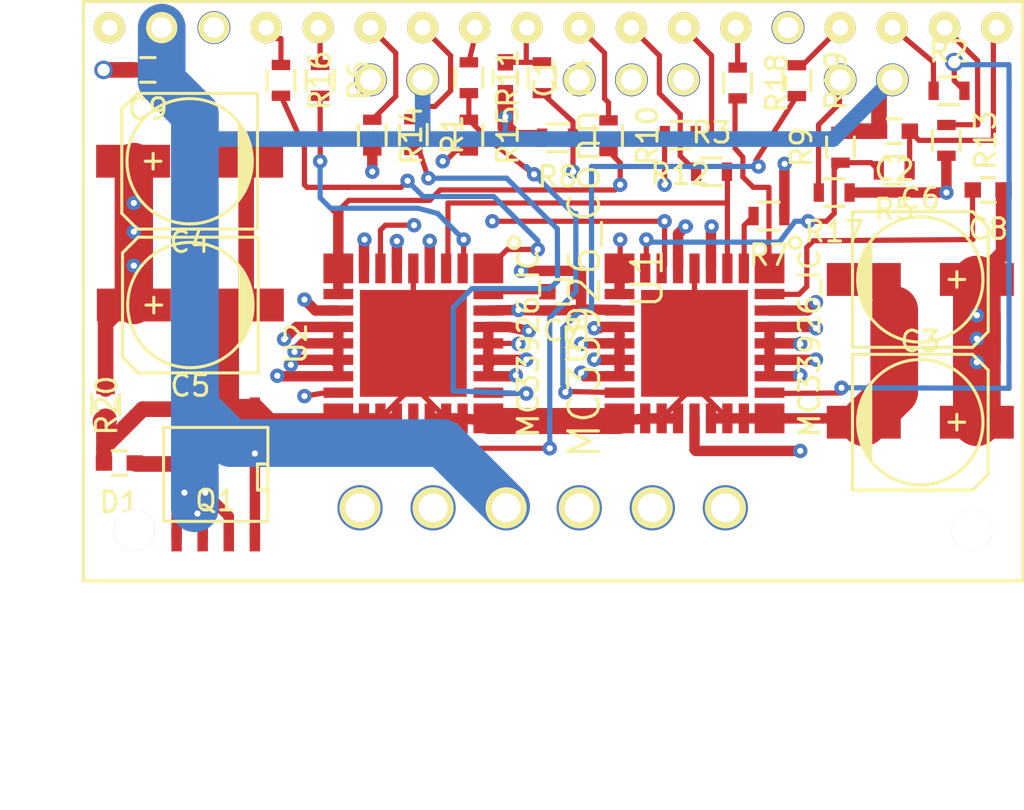
<source format=kicad_pcb>
(kicad_pcb (version 4) (host pcbnew "(2015-03-09 BZR 5487)-product")

  (general
    (links 124)
    (no_connects 0)
    (area 0 0 0 0)
    (thickness 1.6)
    (drawings 0)
    (tracks 565)
    (zones 0)
    (modules 34)
    (nets 42)
  )

  (page A4)
  (layers
    (0 F.Cu signal)
    (1 In1.Cu signal)
    (2 In2.Cu signal)
    (31 B.Cu signal)
    (33 F.Adhes user)
    (35 F.Paste user)
    (37 F.SilkS user)
    (39 F.Mask user)
    (40 Dwgs.User user)
    (41 Cmts.User user)
    (42 Eco1.User user)
    (43 Eco2.User user)
    (44 Edge.Cuts user)
    (45 Margin user)
    (47 F.CrtYd user)
    (49 F.Fab user)
  )

  (setup
    (last_trace_width 0.254)
    (user_trace_width 0.254)
    (user_trace_width 0.508)
    (user_trace_width 0.762)
    (user_trace_width 1.106)
    (user_trace_width 1.27)
    (user_trace_width 1.74)
    (user_trace_width 1.867)
    (user_trace_width 2.32)
    (trace_clearance 0.254)
    (zone_clearance 0.508)
    (zone_45_only no)
    (trace_min 0.254)
    (segment_width 0.2)
    (edge_width 0.1)
    (via_size 0.889)
    (via_drill 0.635)
    (via_min_size 0.7)
    (via_min_drill 0.3)
    (user_via 0.7 0.3)
    (user_via 0.9 0.6)
    (user_via 1.3 0.8)
    (user_via 1.6 1)
    (user_via 2.2 1.4)
    (user_via 2.6 1.6)
    (user_via 3.1 1.9)
    (uvia_size 0.508)
    (uvia_drill 0.127)
    (uvias_allowed no)
    (uvia_min_size 0.508)
    (uvia_min_drill 0.127)
    (pcb_text_width 0.3)
    (pcb_text_size 1.5 1.5)
    (mod_edge_width 0.15)
    (mod_text_size 1 1)
    (mod_text_width 0.15)
    (pad_size 1.524 1.524)
    (pad_drill 0.762)
    (pad_to_mask_clearance 0)
    (aux_axis_origin 0 0)
    (visible_elements 7FFCFFFF)
    (pcbplotparams
      (layerselection 0x00030_80000001)
      (usegerberextensions false)
      (excludeedgelayer true)
      (linewidth 0.100000)
      (plotframeref false)
      (viasonmask false)
      (mode 1)
      (useauxorigin false)
      (hpglpennumber 1)
      (hpglpenspeed 20)
      (hpglpendiameter 15)
      (hpglpenoverlay 2)
      (psnegative false)
      (psa4output false)
      (plotreference true)
      (plotvalue true)
      (plotinvisibletext false)
      (padsonsilk false)
      (subtractmaskfromsilk false)
      (outputformat 1)
      (mirror false)
      (drillshape 1)
      (scaleselection 1)
      (outputdirectory ""))
  )

  (net 0 "")
  (net 1 "Net-(C1-Pad1)")
  (net 2 GND)
  (net 3 "Net-(C2-Pad1)")
  (net 4 VIN)
  (net 5 FGND)
  (net 6 "Net-(C7-Pad2)")
  (net 7 "Net-(C8-Pad2)")
  (net 8 "Net-(D1-Pad2)")
  (net 9 "Net-(R1-Pad1)")
  (net 10 "Net-(R1-Pad2)")
  (net 11 "Net-(R2-Pad1)")
  (net 12 "Net-(R2-Pad2)")
  (net 13 "Net-(R3-Pad1)")
  (net 14 SLEWP)
  (net 15 "Net-(R4-Pad2)")
  (net 16 "Net-(R5-Pad2)")
  (net 17 "Net-(R6-Pad1)")
  (net 18 "Net-(R6-Pad2)")
  (net 19 "Net-(R7-Pad1)")
  (net 20 "Net-(R7-Pad2)")
  (net 21 "Net-(R10-Pad1)")
  (net 22 ENP)
  (net 23 "Net-(R11-Pad1)")
  (net 24 "Net-(R11-Pad2)")
  (net 25 "Net-(R12-Pad1)")
  (net 26 INVP)
  (net 27 "Net-(R13-Pad1)")
  (net 28 "Net-(R13-Pad2)")
  (net 29 "Net-(R14-Pad1)")
  (net 30 "Net-(R14-Pad2)")
  (net 31 Vdd)
  (net 32 "Net-(R16-Pad1)")
  (net 33 "Net-(R16-Pad2)")
  (net 34 "Net-(R18-Pad1)")
  (net 35 "Net-(R18-Pad2)")
  (net 36 "Net-(R19-Pad1)")
  (net 37 "Net-(R19-Pad2)")
  (net 38 M1OUT1)
  (net 39 M1OUT2)
  (net 40 M2OUT1)
  (net 41 M2OUT2)

  (net_class Default "Dies ist die voreingestellte Netzklasse."
    (clearance 0.254)
    (trace_width 0.254)
    (via_dia 0.889)
    (via_drill 0.635)
    (uvia_dia 0.508)
    (uvia_drill 0.127)
    (add_net ENP)
    (add_net INVP)
    (add_net "Net-(C1-Pad1)")
    (add_net "Net-(C2-Pad1)")
    (add_net "Net-(C7-Pad2)")
    (add_net "Net-(C8-Pad2)")
    (add_net "Net-(D1-Pad2)")
    (add_net "Net-(R1-Pad1)")
    (add_net "Net-(R1-Pad2)")
    (add_net "Net-(R10-Pad1)")
    (add_net "Net-(R11-Pad1)")
    (add_net "Net-(R11-Pad2)")
    (add_net "Net-(R12-Pad1)")
    (add_net "Net-(R13-Pad1)")
    (add_net "Net-(R13-Pad2)")
    (add_net "Net-(R14-Pad1)")
    (add_net "Net-(R14-Pad2)")
    (add_net "Net-(R16-Pad1)")
    (add_net "Net-(R16-Pad2)")
    (add_net "Net-(R18-Pad1)")
    (add_net "Net-(R18-Pad2)")
    (add_net "Net-(R19-Pad1)")
    (add_net "Net-(R19-Pad2)")
    (add_net "Net-(R2-Pad1)")
    (add_net "Net-(R2-Pad2)")
    (add_net "Net-(R3-Pad1)")
    (add_net "Net-(R4-Pad2)")
    (add_net "Net-(R5-Pad2)")
    (add_net "Net-(R6-Pad1)")
    (add_net "Net-(R6-Pad2)")
    (add_net "Net-(R7-Pad1)")
    (add_net "Net-(R7-Pad2)")
    (add_net SLEWP)
    (add_net Vdd)
  )

  (net_class Power ""
    (clearance 0.254)
    (trace_width 1)
    (via_dia 0.889)
    (via_drill 0.635)
    (uvia_dia 0.508)
    (uvia_drill 0.127)
    (add_net FGND)
    (add_net GND)
    (add_net M1OUT1)
    (add_net M1OUT2)
    (add_net M2OUT1)
    (add_net M2OUT2)
    (add_net VIN)
  )

  (module mc33926:mc33926_breakout_footprint (layer F.Cu) (tedit 550338E2) (tstamp 5503093D)
    (at 148.5011 105.0036)
    (path /5501F2BE)
    (fp_text reference U1 (at 31.242 -25.654 90) (layer F.SilkS)
      (effects (font (size 1.5 1.5) (thickness 0.15)))
    )
    (fp_text value MC33926_Conn (at 28.194 -25.4 90) (layer F.SilkS)
      (effects (font (size 1.5 1.5) (thickness 0.15)))
    )
    (fp_circle (center 17.78 -35.306) (end 17.907 -35.052) (layer F.SilkS) (width 0.15))
    (fp_circle (center 20.32 -35.306) (end 20.447 -35.052) (layer F.SilkS) (width 0.15))
    (fp_circle (center 27.94 -35.306) (end 28.067 -35.052) (layer F.SilkS) (width 0.15))
    (fp_circle (center 30.48 -35.306) (end 30.607 -35.052) (layer F.SilkS) (width 0.15))
    (fp_circle (center 33.02 -35.306) (end 33.147 -35.052) (layer F.SilkS) (width 0.15))
    (fp_circle (center 40.64 -35.306) (end 40.767 -35.052) (layer F.SilkS) (width 0.15))
    (fp_circle (center 43.18 -35.306) (end 43.434 -35.179) (layer F.SilkS) (width 0.15))
    (fp_circle (center 6.2865 -13.3985) (end 7.0485 -13.9065) (layer F.SilkS) (width 0.15))
    (fp_circle (center 47.0535 -13.3985) (end 47.8155 -13.9065) (layer F.SilkS) (width 0.15))
    (fp_circle (center 47.0535 -13.3985) (end 47.8155 -13.9065) (layer F.SilkS) (width 0.15))
    (fp_circle (center 47.0535 -13.3985) (end 47.8155 -13.9065) (layer F.SilkS) (width 0.15))
    (fp_circle (center 47.0535 -13.3985) (end 47.8155 -13.9065) (layer F.SilkS) (width 0.15))
    (fp_line (start 3.81 -10.922) (end 3.81 -39.116) (layer F.SilkS) (width 0.15))
    (fp_line (start 3.81 -39.116) (end 49.53 -39.116) (layer F.SilkS) (width 0.15))
    (fp_line (start 49.53 -39.116) (end 49.53 -10.922) (layer F.SilkS) (width 0.15))
    (fp_line (start 49.53 -10.922) (end 3.81 -10.922) (layer F.SilkS) (width 0.15))
    (pad 1 thru_hole circle (at 5.08 -37.846) (size 1.524 1.524) (drill 0.762) (layers *.Cu *.Mask F.SilkS)
      (net 4 VIN))
    (pad 2 thru_hole circle (at 7.62 -37.846) (size 1.524 1.524) (drill 0.762) (layers *.Cu *.Mask F.SilkS)
      (net 2 GND))
    (pad 3 thru_hole circle (at 10.16 -37.846) (size 1.524 1.524) (drill 0.762) (layers *.Cu *.Mask F.SilkS)
      (net 31 Vdd))
    (pad 4 thru_hole circle (at 12.7 -37.846) (size 1.524 1.524) (drill 0.762) (layers *.Cu *.Mask F.SilkS)
      (net 32 "Net-(R16-Pad1)"))
    (pad 5 thru_hole circle (at 15.24 -37.846) (size 1.524 1.524) (drill 0.762) (layers *.Cu *.Mask F.SilkS)
      (net 17 "Net-(R6-Pad1)"))
    (pad 6 thru_hole circle (at 17.78 -37.846) (size 1.524 1.524) (drill 0.762) (layers *.Cu *.Mask F.SilkS)
      (net 29 "Net-(R14-Pad1)"))
    (pad 7 thru_hole circle (at 20.32 -37.846) (size 1.524 1.524) (drill 0.762) (layers *.Cu *.Mask F.SilkS)
      (net 9 "Net-(R1-Pad1)"))
    (pad 8 thru_hole circle (at 22.86 -37.846) (size 1.524 1.524) (drill 0.762) (layers *.Cu *.Mask F.SilkS)
      (net 23 "Net-(R11-Pad1)"))
    (pad 9 thru_hole circle (at 25.4 -37.846) (size 1.524 1.524) (drill 0.762) (layers *.Cu *.Mask F.SilkS)
      (net 1 "Net-(C1-Pad1)"))
    (pad 10 thru_hole circle (at 27.94 -37.846) (size 1.524 1.524) (drill 0.762) (layers *.Cu *.Mask F.SilkS)
      (net 21 "Net-(R10-Pad1)"))
    (pad 11 thru_hole circle (at 30.48 -37.846) (size 1.524 1.524) (drill 0.762) (layers *.Cu *.Mask F.SilkS)
      (net 13 "Net-(R3-Pad1)"))
    (pad 12 thru_hole circle (at 33.02 -37.846) (size 1.524 1.524) (drill 0.762) (layers *.Cu *.Mask F.SilkS)
      (net 25 "Net-(R12-Pad1)"))
    (pad 13 thru_hole circle (at 35.56 -37.846) (size 1.524 1.524) (drill 0.762) (layers *.Cu *.Mask F.SilkS)
      (net 34 "Net-(R18-Pad1)"))
    (pad 14 thru_hole circle (at 38.1 -37.846) (size 1.524 1.524) (drill 0.762) (layers *.Cu *.Mask F.SilkS)
      (net 19 "Net-(R7-Pad1)"))
    (pad 15 thru_hole circle (at 40.64 -37.846) (size 1.524 1.524) (drill 0.762) (layers *.Cu *.Mask F.SilkS)
      (net 36 "Net-(R19-Pad1)"))
    (pad 16 thru_hole circle (at 43.18 -37.846) (size 1.524 1.524) (drill 0.762) (layers *.Cu *.Mask F.SilkS)
      (net 11 "Net-(R2-Pad1)"))
    (pad 17 thru_hole circle (at 45.72 -37.846) (size 1.524 1.524) (drill 0.762) (layers *.Cu *.Mask F.SilkS)
      (net 27 "Net-(R13-Pad1)"))
    (pad 18 thru_hole circle (at 48.26 -37.846) (size 1.524 1.524) (drill 0.762) (layers *.Cu *.Mask F.SilkS)
      (net 3 "Net-(C2-Pad1)"))
    (pad 19 thru_hole circle (at 17.272 -14.478) (size 2 2) (drill 1) (layers *.Cu *.Mask F.SilkS)
      (net 38 M1OUT1))
    (pad 20 thru_hole circle (at 20.828 -14.478) (size 2 2) (drill 1) (layers *.Cu *.Mask F.SilkS)
      (net 39 M1OUT2))
    (pad 21 thru_hole circle (at 24.384 -14.478) (size 2 2) (drill 1) (layers *.Cu *.Mask F.SilkS)
      (net 2 GND))
    (pad 22 thru_hole circle (at 27.94 -14.478) (size 2 2) (drill 1) (layers *.Cu *.Mask F.SilkS)
      (net 4 VIN))
    (pad 23 thru_hole circle (at 31.496 -14.478) (size 2 2) (drill 1) (layers *.Cu *.Mask F.SilkS)
      (net 40 M2OUT1))
    (pad 24 thru_hole circle (at 35.052 -14.478) (size 2 2) (drill 1) (layers *.Cu *.Mask F.SilkS)
      (net 41 M2OUT2))
    (pad 3 thru_hole circle (at 17.78 -35.306) (size 1.524 1.524) (drill 0.762) (layers *.Cu *.Mask F.SilkS)
      (net 31 Vdd))
    (pad 2 thru_hole circle (at 20.32 -35.306) (size 1.524 1.524) (drill 0.762) (layers *.Cu *.Mask F.SilkS)
      (net 2 GND))
    (pad 3 thru_hole circle (at 27.94 -35.306) (size 1.524 1.524) (drill 0.762) (layers *.Cu *.Mask F.SilkS)
      (net 31 Vdd))
    (pad 3 thru_hole circle (at 30.48 -35.306) (size 1.524 1.524) (drill 0.762) (layers *.Cu *.Mask F.SilkS)
      (net 31 Vdd))
    (pad 3 thru_hole circle (at 33.02 -35.306) (size 1.524 1.524) (drill 0.762) (layers *.Cu *.Mask F.SilkS)
      (net 31 Vdd))
    (pad 3 thru_hole circle (at 40.64 -35.306) (size 1.524 1.524) (drill 0.762) (layers *.Cu *.Mask F.SilkS)
      (net 31 Vdd))
    (pad 2 thru_hole circle (at 43.18 -35.306) (size 1.524 1.524) (drill 0.762) (layers *.Cu *.Mask F.SilkS)
      (net 2 GND))
    (pad ~ thru_hole circle (at 6.2865 -13.3985) (size 2 2) (drill 2) (layers *.Cu *.Mask F.SilkS))
    (pad ~ thru_hole circle (at 47.0535 -13.3985) (size 2 2) (drill 2) (layers *.Cu *.Mask F.SilkS))
  )

  (module Capacitors_SMD:C_0603 (layer F.Cu) (tedit 5415D631) (tstamp 550303BD)
    (at 172.847 69.596 270)
    (descr "Capacitor SMD 0603, reflow soldering, AVX (see smccp.pdf)")
    (tags "capacitor 0603")
    (path /550208A2)
    (attr smd)
    (fp_text reference C1 (at 0 -1.9 270) (layer F.SilkS)
      (effects (font (size 1 1) (thickness 0.15)))
    )
    (fp_text value 0.47uF (at 0 1.9 270) (layer F.Fab)
      (effects (font (size 1 1) (thickness 0.15)))
    )
    (fp_line (start -1.45 -0.75) (end 1.45 -0.75) (layer F.CrtYd) (width 0.05))
    (fp_line (start -1.45 0.75) (end 1.45 0.75) (layer F.CrtYd) (width 0.05))
    (fp_line (start -1.45 -0.75) (end -1.45 0.75) (layer F.CrtYd) (width 0.05))
    (fp_line (start 1.45 -0.75) (end 1.45 0.75) (layer F.CrtYd) (width 0.05))
    (fp_line (start -0.35 -0.6) (end 0.35 -0.6) (layer F.SilkS) (width 0.15))
    (fp_line (start 0.35 0.6) (end -0.35 0.6) (layer F.SilkS) (width 0.15))
    (pad 1 smd rect (at -0.75 0 270) (size 0.8 0.75) (layers F.Cu F.Paste F.Mask)
      (net 1 "Net-(C1-Pad1)"))
    (pad 2 smd rect (at 0.75 0 270) (size 0.8 0.75) (layers F.Cu F.Paste F.Mask)
      (net 2 GND))
    (model Capacitors_SMD.3dshapes/C_0603.wrl
      (at (xyz 0 0 0))
      (scale (xyz 1 1 1))
      (rotate (xyz 0 0 0))
    )
  )

  (module Capacitors_SMD:C_0603 (layer F.Cu) (tedit 5415D631) (tstamp 550303C9)
    (at 191.78016 72.19696 180)
    (descr "Capacitor SMD 0603, reflow soldering, AVX (see smccp.pdf)")
    (tags "capacitor 0603")
    (path /55021C7D)
    (attr smd)
    (fp_text reference C2 (at 0 -1.9 180) (layer F.SilkS)
      (effects (font (size 1 1) (thickness 0.15)))
    )
    (fp_text value 0.47uF (at 0 1.9 180) (layer F.Fab)
      (effects (font (size 1 1) (thickness 0.15)))
    )
    (fp_line (start -1.45 -0.75) (end 1.45 -0.75) (layer F.CrtYd) (width 0.05))
    (fp_line (start -1.45 0.75) (end 1.45 0.75) (layer F.CrtYd) (width 0.05))
    (fp_line (start -1.45 -0.75) (end -1.45 0.75) (layer F.CrtYd) (width 0.05))
    (fp_line (start 1.45 -0.75) (end 1.45 0.75) (layer F.CrtYd) (width 0.05))
    (fp_line (start -0.35 -0.6) (end 0.35 -0.6) (layer F.SilkS) (width 0.15))
    (fp_line (start 0.35 0.6) (end -0.35 0.6) (layer F.SilkS) (width 0.15))
    (pad 1 smd rect (at -0.75 0 180) (size 0.8 0.75) (layers F.Cu F.Paste F.Mask)
      (net 3 "Net-(C2-Pad1)"))
    (pad 2 smd rect (at 0.75 0 180) (size 0.8 0.75) (layers F.Cu F.Paste F.Mask)
      (net 2 GND))
    (model Capacitors_SMD.3dshapes/C_0603.wrl
      (at (xyz 0 0 0))
      (scale (xyz 1 1 1))
      (rotate (xyz 0 0 0))
    )
  )

  (module Capacitors_SMD:c_elec_6.3x5.8 (layer F.Cu) (tedit 55030206) (tstamp 550303DD)
    (at 193.04 86.36)
    (descr "SMT capacitor, aluminium electrolytic, 6.3x5.8")
    (path /55020F62)
    (fp_text reference C3 (at 0 -3.937) (layer F.SilkS)
      (effects (font (size 1 1) (thickness 0.15)))
    )
    (fp_text value 47uF (at 0 3.81) (layer F.Fab)
      (effects (font (size 1 1) (thickness 0.15)))
    )
    (fp_line (start -2.921 -0.762) (end -2.921 0.762) (layer F.SilkS) (width 0.15))
    (fp_line (start -2.794 1.143) (end -2.794 -1.143) (layer F.SilkS) (width 0.15))
    (fp_line (start -2.667 -1.397) (end -2.667 1.397) (layer F.SilkS) (width 0.15))
    (fp_line (start -2.54 1.651) (end -2.54 -1.651) (layer F.SilkS) (width 0.15))
    (fp_line (start -2.413 -1.778) (end -2.413 1.778) (layer F.SilkS) (width 0.15))
    (fp_circle (center 0 0) (end -3.048 0) (layer F.SilkS) (width 0.15))
    (fp_line (start -3.302 -3.302) (end -3.302 3.302) (layer F.SilkS) (width 0.15))
    (fp_line (start -3.302 3.302) (end 2.54 3.302) (layer F.SilkS) (width 0.15))
    (fp_line (start 2.54 3.302) (end 3.302 2.54) (layer F.SilkS) (width 0.15))
    (fp_line (start 3.302 2.54) (end 3.302 -2.54) (layer F.SilkS) (width 0.15))
    (fp_line (start 3.302 -2.54) (end 2.54 -3.302) (layer F.SilkS) (width 0.15))
    (fp_line (start 2.54 -3.302) (end -3.302 -3.302) (layer F.SilkS) (width 0.15))
    (fp_line (start 2.159 0) (end 1.397 0) (layer F.SilkS) (width 0.15))
    (fp_line (start 1.778 -0.381) (end 1.778 0.381) (layer F.SilkS) (width 0.15))
    (pad 1 smd rect (at 2.75082 0) (size 3.59918 1.6002) (layers F.Cu F.Paste F.Mask)
      (net 4 VIN))
    (pad 2 smd rect (at -2.75082 0) (size 3.59918 1.6002) (layers F.Cu F.Paste F.Mask)
      (net 5 FGND))
    (model Capacitors_SMD.3dshapes/c_elec_6.3x5.8.wrl
      (at (xyz 0 0 0))
      (scale (xyz 1 1 1))
      (rotate (xyz 0 0 0))
    )
  )

  (module Capacitors_SMD:c_elec_6.3x5.8 (layer F.Cu) (tedit 55030206) (tstamp 550303F1)
    (at 157.48 73.66 180)
    (descr "SMT capacitor, aluminium electrolytic, 6.3x5.8")
    (path /55021C9A)
    (fp_text reference C4 (at 0 -3.937 180) (layer F.SilkS)
      (effects (font (size 1 1) (thickness 0.15)))
    )
    (fp_text value 47uF (at 0 3.81 180) (layer F.Fab)
      (effects (font (size 1 1) (thickness 0.15)))
    )
    (fp_line (start -2.921 -0.762) (end -2.921 0.762) (layer F.SilkS) (width 0.15))
    (fp_line (start -2.794 1.143) (end -2.794 -1.143) (layer F.SilkS) (width 0.15))
    (fp_line (start -2.667 -1.397) (end -2.667 1.397) (layer F.SilkS) (width 0.15))
    (fp_line (start -2.54 1.651) (end -2.54 -1.651) (layer F.SilkS) (width 0.15))
    (fp_line (start -2.413 -1.778) (end -2.413 1.778) (layer F.SilkS) (width 0.15))
    (fp_circle (center 0 0) (end -3.048 0) (layer F.SilkS) (width 0.15))
    (fp_line (start -3.302 -3.302) (end -3.302 3.302) (layer F.SilkS) (width 0.15))
    (fp_line (start -3.302 3.302) (end 2.54 3.302) (layer F.SilkS) (width 0.15))
    (fp_line (start 2.54 3.302) (end 3.302 2.54) (layer F.SilkS) (width 0.15))
    (fp_line (start 3.302 2.54) (end 3.302 -2.54) (layer F.SilkS) (width 0.15))
    (fp_line (start 3.302 -2.54) (end 2.54 -3.302) (layer F.SilkS) (width 0.15))
    (fp_line (start 2.54 -3.302) (end -3.302 -3.302) (layer F.SilkS) (width 0.15))
    (fp_line (start 2.159 0) (end 1.397 0) (layer F.SilkS) (width 0.15))
    (fp_line (start 1.778 -0.381) (end 1.778 0.381) (layer F.SilkS) (width 0.15))
    (pad 1 smd rect (at 2.75082 0 180) (size 3.59918 1.6002) (layers F.Cu F.Paste F.Mask)
      (net 4 VIN))
    (pad 2 smd rect (at -2.75082 0 180) (size 3.59918 1.6002) (layers F.Cu F.Paste F.Mask)
      (net 5 FGND))
    (model Capacitors_SMD.3dshapes/c_elec_6.3x5.8.wrl
      (at (xyz 0 0 0))
      (scale (xyz 1 1 1))
      (rotate (xyz 0 0 0))
    )
  )

  (module Capacitors_SMD:c_elec_6.3x5.8 (layer F.Cu) (tedit 55030206) (tstamp 55030405)
    (at 157.515179 80.658277 180)
    (descr "SMT capacitor, aluminium electrolytic, 6.3x5.8")
    (path /55020EC9)
    (fp_text reference C5 (at 0 -3.937 180) (layer F.SilkS)
      (effects (font (size 1 1) (thickness 0.15)))
    )
    (fp_text value 47uF (at 0 3.81 180) (layer F.Fab)
      (effects (font (size 1 1) (thickness 0.15)))
    )
    (fp_line (start -2.921 -0.762) (end -2.921 0.762) (layer F.SilkS) (width 0.15))
    (fp_line (start -2.794 1.143) (end -2.794 -1.143) (layer F.SilkS) (width 0.15))
    (fp_line (start -2.667 -1.397) (end -2.667 1.397) (layer F.SilkS) (width 0.15))
    (fp_line (start -2.54 1.651) (end -2.54 -1.651) (layer F.SilkS) (width 0.15))
    (fp_line (start -2.413 -1.778) (end -2.413 1.778) (layer F.SilkS) (width 0.15))
    (fp_circle (center 0 0) (end -3.048 0) (layer F.SilkS) (width 0.15))
    (fp_line (start -3.302 -3.302) (end -3.302 3.302) (layer F.SilkS) (width 0.15))
    (fp_line (start -3.302 3.302) (end 2.54 3.302) (layer F.SilkS) (width 0.15))
    (fp_line (start 2.54 3.302) (end 3.302 2.54) (layer F.SilkS) (width 0.15))
    (fp_line (start 3.302 2.54) (end 3.302 -2.54) (layer F.SilkS) (width 0.15))
    (fp_line (start 3.302 -2.54) (end 2.54 -3.302) (layer F.SilkS) (width 0.15))
    (fp_line (start 2.54 -3.302) (end -3.302 -3.302) (layer F.SilkS) (width 0.15))
    (fp_line (start 2.159 0) (end 1.397 0) (layer F.SilkS) (width 0.15))
    (fp_line (start 1.778 -0.381) (end 1.778 0.381) (layer F.SilkS) (width 0.15))
    (pad 1 smd rect (at 2.75082 0 180) (size 3.59918 1.6002) (layers F.Cu F.Paste F.Mask)
      (net 4 VIN))
    (pad 2 smd rect (at -2.75082 0 180) (size 3.59918 1.6002) (layers F.Cu F.Paste F.Mask)
      (net 5 FGND))
    (model Capacitors_SMD.3dshapes/c_elec_6.3x5.8.wrl
      (at (xyz 0 0 0))
      (scale (xyz 1 1 1))
      (rotate (xyz 0 0 0))
    )
  )

  (module Capacitors_SMD:c_elec_6.3x5.8 (layer F.Cu) (tedit 55030206) (tstamp 55030419)
    (at 193.040761 79.414191)
    (descr "SMT capacitor, aluminium electrolytic, 6.3x5.8")
    (path /55021C94)
    (fp_text reference C6 (at 0 -3.937) (layer F.SilkS)
      (effects (font (size 1 1) (thickness 0.15)))
    )
    (fp_text value 47uF (at 0 3.81) (layer F.Fab)
      (effects (font (size 1 1) (thickness 0.15)))
    )
    (fp_line (start -2.921 -0.762) (end -2.921 0.762) (layer F.SilkS) (width 0.15))
    (fp_line (start -2.794 1.143) (end -2.794 -1.143) (layer F.SilkS) (width 0.15))
    (fp_line (start -2.667 -1.397) (end -2.667 1.397) (layer F.SilkS) (width 0.15))
    (fp_line (start -2.54 1.651) (end -2.54 -1.651) (layer F.SilkS) (width 0.15))
    (fp_line (start -2.413 -1.778) (end -2.413 1.778) (layer F.SilkS) (width 0.15))
    (fp_circle (center 0 0) (end -3.048 0) (layer F.SilkS) (width 0.15))
    (fp_line (start -3.302 -3.302) (end -3.302 3.302) (layer F.SilkS) (width 0.15))
    (fp_line (start -3.302 3.302) (end 2.54 3.302) (layer F.SilkS) (width 0.15))
    (fp_line (start 2.54 3.302) (end 3.302 2.54) (layer F.SilkS) (width 0.15))
    (fp_line (start 3.302 2.54) (end 3.302 -2.54) (layer F.SilkS) (width 0.15))
    (fp_line (start 3.302 -2.54) (end 2.54 -3.302) (layer F.SilkS) (width 0.15))
    (fp_line (start 2.54 -3.302) (end -3.302 -3.302) (layer F.SilkS) (width 0.15))
    (fp_line (start 2.159 0) (end 1.397 0) (layer F.SilkS) (width 0.15))
    (fp_line (start 1.778 -0.381) (end 1.778 0.381) (layer F.SilkS) (width 0.15))
    (pad 1 smd rect (at 2.75082 0) (size 3.59918 1.6002) (layers F.Cu F.Paste F.Mask)
      (net 4 VIN))
    (pad 2 smd rect (at -2.75082 0) (size 3.59918 1.6002) (layers F.Cu F.Paste F.Mask)
      (net 5 FGND))
    (model Capacitors_SMD.3dshapes/c_elec_6.3x5.8.wrl
      (at (xyz 0 0 0))
      (scale (xyz 1 1 1))
      (rotate (xyz 0 0 0))
    )
  )

  (module Capacitors_SMD:C_0603 (layer F.Cu) (tedit 5415D631) (tstamp 55030425)
    (at 175.641 80.01 180)
    (descr "Capacitor SMD 0603, reflow soldering, AVX (see smccp.pdf)")
    (tags "capacitor 0603")
    (path /5502035D)
    (attr smd)
    (fp_text reference C7 (at 0 -1.9 180) (layer F.SilkS)
      (effects (font (size 1 1) (thickness 0.15)))
    )
    (fp_text value 33nF (at 0 1.9 180) (layer F.Fab)
      (effects (font (size 1 1) (thickness 0.15)))
    )
    (fp_line (start -1.45 -0.75) (end 1.45 -0.75) (layer F.CrtYd) (width 0.05))
    (fp_line (start -1.45 0.75) (end 1.45 0.75) (layer F.CrtYd) (width 0.05))
    (fp_line (start -1.45 -0.75) (end -1.45 0.75) (layer F.CrtYd) (width 0.05))
    (fp_line (start 1.45 -0.75) (end 1.45 0.75) (layer F.CrtYd) (width 0.05))
    (fp_line (start -0.35 -0.6) (end 0.35 -0.6) (layer F.SilkS) (width 0.15))
    (fp_line (start 0.35 0.6) (end -0.35 0.6) (layer F.SilkS) (width 0.15))
    (pad 1 smd rect (at -0.75 0 180) (size 0.8 0.75) (layers F.Cu F.Paste F.Mask)
      (net 4 VIN))
    (pad 2 smd rect (at 0.75 0 180) (size 0.8 0.75) (layers F.Cu F.Paste F.Mask)
      (net 6 "Net-(C7-Pad2)"))
    (model Capacitors_SMD.3dshapes/C_0603.wrl
      (at (xyz 0 0 0))
      (scale (xyz 1 1 1))
      (rotate (xyz 0 0 0))
    )
  )

  (module Capacitors_SMD:C_0603 (layer F.Cu) (tedit 5415D631) (tstamp 55030431)
    (at 196.342 75.057 180)
    (descr "Capacitor SMD 0603, reflow soldering, AVX (see smccp.pdf)")
    (tags "capacitor 0603")
    (path /5502C0D7)
    (attr smd)
    (fp_text reference C8 (at 0 -1.9 180) (layer F.SilkS)
      (effects (font (size 1 1) (thickness 0.15)))
    )
    (fp_text value 33nF (at 0 1.9 180) (layer F.Fab)
      (effects (font (size 1 1) (thickness 0.15)))
    )
    (fp_line (start -1.45 -0.75) (end 1.45 -0.75) (layer F.CrtYd) (width 0.05))
    (fp_line (start -1.45 0.75) (end 1.45 0.75) (layer F.CrtYd) (width 0.05))
    (fp_line (start -1.45 -0.75) (end -1.45 0.75) (layer F.CrtYd) (width 0.05))
    (fp_line (start 1.45 -0.75) (end 1.45 0.75) (layer F.CrtYd) (width 0.05))
    (fp_line (start -0.35 -0.6) (end 0.35 -0.6) (layer F.SilkS) (width 0.15))
    (fp_line (start 0.35 0.6) (end -0.35 0.6) (layer F.SilkS) (width 0.15))
    (pad 1 smd rect (at -0.75 0 180) (size 0.8 0.75) (layers F.Cu F.Paste F.Mask)
      (net 4 VIN))
    (pad 2 smd rect (at 0.75 0 180) (size 0.8 0.75) (layers F.Cu F.Paste F.Mask)
      (net 7 "Net-(C8-Pad2)"))
    (model Capacitors_SMD.3dshapes/C_0603.wrl
      (at (xyz 0 0 0))
      (scale (xyz 1 1 1))
      (rotate (xyz 0 0 0))
    )
  )

  (module Capacitors_SMD:C_0603 (layer F.Cu) (tedit 5415D631) (tstamp 5503043D)
    (at 155.448 69.215 180)
    (descr "Capacitor SMD 0603, reflow soldering, AVX (see smccp.pdf)")
    (tags "capacitor 0603")
    (path /55033875)
    (attr smd)
    (fp_text reference C9 (at 0 -1.9 180) (layer F.SilkS)
      (effects (font (size 1 1) (thickness 0.15)))
    )
    (fp_text value 0.1uF (at 0 1.9 180) (layer F.Fab)
      (effects (font (size 1 1) (thickness 0.15)))
    )
    (fp_line (start -1.45 -0.75) (end 1.45 -0.75) (layer F.CrtYd) (width 0.05))
    (fp_line (start -1.45 0.75) (end 1.45 0.75) (layer F.CrtYd) (width 0.05))
    (fp_line (start -1.45 -0.75) (end -1.45 0.75) (layer F.CrtYd) (width 0.05))
    (fp_line (start 1.45 -0.75) (end 1.45 0.75) (layer F.CrtYd) (width 0.05))
    (fp_line (start -0.35 -0.6) (end 0.35 -0.6) (layer F.SilkS) (width 0.15))
    (fp_line (start 0.35 0.6) (end -0.35 0.6) (layer F.SilkS) (width 0.15))
    (pad 1 smd rect (at -0.75 0 180) (size 0.8 0.75) (layers F.Cu F.Paste F.Mask)
      (net 2 GND))
    (pad 2 smd rect (at 0.75 0 180) (size 0.8 0.75) (layers F.Cu F.Paste F.Mask)
      (net 4 VIN))
    (model Capacitors_SMD.3dshapes/C_0603.wrl
      (at (xyz 0 0 0))
      (scale (xyz 1 1 1))
      (rotate (xyz 0 0 0))
    )
  )

  (module Resistors_SMD:R_0603 (layer F.Cu) (tedit 5415CC62) (tstamp 55030468)
    (at 168.36644 72.3646 270)
    (descr "Resistor SMD 0603, reflow soldering, Vishay (see dcrcw.pdf)")
    (tags "resistor 0603")
    (path /55020AC8)
    (attr smd)
    (fp_text reference R1 (at 0 -1.9 270) (layer F.SilkS)
      (effects (font (size 1 1) (thickness 0.15)))
    )
    (fp_text value 1k (at 0 1.9 270) (layer F.Fab)
      (effects (font (size 1 1) (thickness 0.15)))
    )
    (fp_line (start -1.3 -0.8) (end 1.3 -0.8) (layer F.CrtYd) (width 0.05))
    (fp_line (start -1.3 0.8) (end 1.3 0.8) (layer F.CrtYd) (width 0.05))
    (fp_line (start -1.3 -0.8) (end -1.3 0.8) (layer F.CrtYd) (width 0.05))
    (fp_line (start 1.3 -0.8) (end 1.3 0.8) (layer F.CrtYd) (width 0.05))
    (fp_line (start 0.5 0.675) (end -0.5 0.675) (layer F.SilkS) (width 0.15))
    (fp_line (start -0.5 -0.675) (end 0.5 -0.675) (layer F.SilkS) (width 0.15))
    (pad 1 smd rect (at -0.75 0 270) (size 0.5 0.9) (layers F.Cu F.Paste F.Mask)
      (net 9 "Net-(R1-Pad1)"))
    (pad 2 smd rect (at 0.75 0 270) (size 0.5 0.9) (layers F.Cu F.Paste F.Mask)
      (net 10 "Net-(R1-Pad2)"))
    (model Resistors_SMD.3dshapes/R_0603.wrl
      (at (xyz 0 0 0))
      (scale (xyz 1 1 1))
      (rotate (xyz 0 0 0))
    )
  )

  (module Resistors_SMD:R_0603 (layer F.Cu) (tedit 5415CC62) (tstamp 55030474)
    (at 194.437 70.231)
    (descr "Resistor SMD 0603, reflow soldering, Vishay (see dcrcw.pdf)")
    (tags "resistor 0603")
    (path /55021C4A)
    (attr smd)
    (fp_text reference R2 (at 0 -1.9) (layer F.SilkS)
      (effects (font (size 1 1) (thickness 0.15)))
    )
    (fp_text value 1k (at 0 1.9) (layer F.Fab)
      (effects (font (size 1 1) (thickness 0.15)))
    )
    (fp_line (start -1.3 -0.8) (end 1.3 -0.8) (layer F.CrtYd) (width 0.05))
    (fp_line (start -1.3 0.8) (end 1.3 0.8) (layer F.CrtYd) (width 0.05))
    (fp_line (start -1.3 -0.8) (end -1.3 0.8) (layer F.CrtYd) (width 0.05))
    (fp_line (start 1.3 -0.8) (end 1.3 0.8) (layer F.CrtYd) (width 0.05))
    (fp_line (start 0.5 0.675) (end -0.5 0.675) (layer F.SilkS) (width 0.15))
    (fp_line (start -0.5 -0.675) (end 0.5 -0.675) (layer F.SilkS) (width 0.15))
    (pad 1 smd rect (at -0.75 0) (size 0.5 0.9) (layers F.Cu F.Paste F.Mask)
      (net 11 "Net-(R2-Pad1)"))
    (pad 2 smd rect (at 0.75 0) (size 0.5 0.9) (layers F.Cu F.Paste F.Mask)
      (net 12 "Net-(R2-Pad2)"))
    (model Resistors_SMD.3dshapes/R_0603.wrl
      (at (xyz 0 0 0))
      (scale (xyz 1 1 1))
      (rotate (xyz 0 0 0))
    )
  )

  (module Resistors_SMD:R_0603 (layer F.Cu) (tedit 5415CC62) (tstamp 55030480)
    (at 182.88 74.168)
    (descr "Resistor SMD 0603, reflow soldering, Vishay (see dcrcw.pdf)")
    (tags "resistor 0603")
    (path /55020D39)
    (attr smd)
    (fp_text reference R3 (at 0 -1.9) (layer F.SilkS)
      (effects (font (size 1 1) (thickness 0.15)))
    )
    (fp_text value 1k (at 0 1.9) (layer F.Fab)
      (effects (font (size 1 1) (thickness 0.15)))
    )
    (fp_line (start -1.3 -0.8) (end 1.3 -0.8) (layer F.CrtYd) (width 0.05))
    (fp_line (start -1.3 0.8) (end 1.3 0.8) (layer F.CrtYd) (width 0.05))
    (fp_line (start -1.3 -0.8) (end -1.3 0.8) (layer F.CrtYd) (width 0.05))
    (fp_line (start 1.3 -0.8) (end 1.3 0.8) (layer F.CrtYd) (width 0.05))
    (fp_line (start 0.5 0.675) (end -0.5 0.675) (layer F.SilkS) (width 0.15))
    (fp_line (start -0.5 -0.675) (end 0.5 -0.675) (layer F.SilkS) (width 0.15))
    (pad 1 smd rect (at -0.75 0) (size 0.5 0.9) (layers F.Cu F.Paste F.Mask)
      (net 13 "Net-(R3-Pad1)"))
    (pad 2 smd rect (at 0.75 0) (size 0.5 0.9) (layers F.Cu F.Paste F.Mask)
      (net 14 SLEWP))
    (model Resistors_SMD.3dshapes/R_0603.wrl
      (at (xyz 0 0 0))
      (scale (xyz 1 1 1))
      (rotate (xyz 0 0 0))
    )
  )

  (module Resistors_SMD:R_0603 (layer F.Cu) (tedit 5415CC62) (tstamp 5503048C)
    (at 174.625 69.596 270)
    (descr "Resistor SMD 0603, reflow soldering, Vishay (see dcrcw.pdf)")
    (tags "resistor 0603")
    (path /55020FE4)
    (attr smd)
    (fp_text reference R4 (at 0 -1.9 270) (layer F.SilkS)
      (effects (font (size 1 1) (thickness 0.15)))
    )
    (fp_text value 1k (at 0 1.9 270) (layer F.Fab)
      (effects (font (size 1 1) (thickness 0.15)))
    )
    (fp_line (start -1.3 -0.8) (end 1.3 -0.8) (layer F.CrtYd) (width 0.05))
    (fp_line (start -1.3 0.8) (end 1.3 0.8) (layer F.CrtYd) (width 0.05))
    (fp_line (start -1.3 -0.8) (end -1.3 0.8) (layer F.CrtYd) (width 0.05))
    (fp_line (start 1.3 -0.8) (end 1.3 0.8) (layer F.CrtYd) (width 0.05))
    (fp_line (start 0.5 0.675) (end -0.5 0.675) (layer F.SilkS) (width 0.15))
    (fp_line (start -0.5 -0.675) (end 0.5 -0.675) (layer F.SilkS) (width 0.15))
    (pad 1 smd rect (at -0.75 0 270) (size 0.5 0.9) (layers F.Cu F.Paste F.Mask)
      (net 1 "Net-(C1-Pad1)"))
    (pad 2 smd rect (at 0.75 0 270) (size 0.5 0.9) (layers F.Cu F.Paste F.Mask)
      (net 15 "Net-(R4-Pad2)"))
    (model Resistors_SMD.3dshapes/R_0603.wrl
      (at (xyz 0 0 0))
      (scale (xyz 1 1 1))
      (rotate (xyz 0 0 0))
    )
  )

  (module Resistors_SMD:R_0603 (layer F.Cu) (tedit 5415CC62) (tstamp 55030498)
    (at 191.77 74.1045 180)
    (descr "Resistor SMD 0603, reflow soldering, Vishay (see dcrcw.pdf)")
    (tags "resistor 0603")
    (path /55021C73)
    (attr smd)
    (fp_text reference R5 (at 0 -1.9 180) (layer F.SilkS)
      (effects (font (size 1 1) (thickness 0.15)))
    )
    (fp_text value 1k (at 0 1.9 180) (layer F.Fab)
      (effects (font (size 1 1) (thickness 0.15)))
    )
    (fp_line (start -1.3 -0.8) (end 1.3 -0.8) (layer F.CrtYd) (width 0.05))
    (fp_line (start -1.3 0.8) (end 1.3 0.8) (layer F.CrtYd) (width 0.05))
    (fp_line (start -1.3 -0.8) (end -1.3 0.8) (layer F.CrtYd) (width 0.05))
    (fp_line (start 1.3 -0.8) (end 1.3 0.8) (layer F.CrtYd) (width 0.05))
    (fp_line (start 0.5 0.675) (end -0.5 0.675) (layer F.SilkS) (width 0.15))
    (fp_line (start -0.5 -0.675) (end 0.5 -0.675) (layer F.SilkS) (width 0.15))
    (pad 1 smd rect (at -0.75 0 180) (size 0.5 0.9) (layers F.Cu F.Paste F.Mask)
      (net 3 "Net-(C2-Pad1)"))
    (pad 2 smd rect (at 0.75 0 180) (size 0.5 0.9) (layers F.Cu F.Paste F.Mask)
      (net 16 "Net-(R5-Pad2)"))
    (model Resistors_SMD.3dshapes/R_0603.wrl
      (at (xyz 0 0 0))
      (scale (xyz 1 1 1))
      (rotate (xyz 0 0 0))
    )
  )

  (module Resistors_SMD:R_0603 (layer F.Cu) (tedit 5415CC62) (tstamp 550304A4)
    (at 163.83 69.723 270)
    (descr "Resistor SMD 0603, reflow soldering, Vishay (see dcrcw.pdf)")
    (tags "resistor 0603")
    (path /5502094F)
    (attr smd)
    (fp_text reference R6 (at 0 -1.9 270) (layer F.SilkS)
      (effects (font (size 1 1) (thickness 0.15)))
    )
    (fp_text value 1k (at 0 1.9 270) (layer F.Fab)
      (effects (font (size 1 1) (thickness 0.15)))
    )
    (fp_line (start -1.3 -0.8) (end 1.3 -0.8) (layer F.CrtYd) (width 0.05))
    (fp_line (start -1.3 0.8) (end 1.3 0.8) (layer F.CrtYd) (width 0.05))
    (fp_line (start -1.3 -0.8) (end -1.3 0.8) (layer F.CrtYd) (width 0.05))
    (fp_line (start 1.3 -0.8) (end 1.3 0.8) (layer F.CrtYd) (width 0.05))
    (fp_line (start 0.5 0.675) (end -0.5 0.675) (layer F.SilkS) (width 0.15))
    (fp_line (start -0.5 -0.675) (end 0.5 -0.675) (layer F.SilkS) (width 0.15))
    (pad 1 smd rect (at -0.75 0 270) (size 0.5 0.9) (layers F.Cu F.Paste F.Mask)
      (net 17 "Net-(R6-Pad1)"))
    (pad 2 smd rect (at 0.75 0 270) (size 0.5 0.9) (layers F.Cu F.Paste F.Mask)
      (net 18 "Net-(R6-Pad2)"))
    (model Resistors_SMD.3dshapes/R_0603.wrl
      (at (xyz 0 0 0))
      (scale (xyz 1 1 1))
      (rotate (xyz 0 0 0))
    )
  )

  (module Resistors_SMD:R_0603 (layer F.Cu) (tedit 5415CC62) (tstamp 550304B0)
    (at 185.674 76.327 180)
    (descr "Resistor SMD 0603, reflow soldering, Vishay (see dcrcw.pdf)")
    (tags "resistor 0603")
    (path /55021C39)
    (attr smd)
    (fp_text reference R7 (at 0 -1.9 180) (layer F.SilkS)
      (effects (font (size 1 1) (thickness 0.15)))
    )
    (fp_text value 1k (at 0 1.9 180) (layer F.Fab)
      (effects (font (size 1 1) (thickness 0.15)))
    )
    (fp_line (start -1.3 -0.8) (end 1.3 -0.8) (layer F.CrtYd) (width 0.05))
    (fp_line (start -1.3 0.8) (end 1.3 0.8) (layer F.CrtYd) (width 0.05))
    (fp_line (start -1.3 -0.8) (end -1.3 0.8) (layer F.CrtYd) (width 0.05))
    (fp_line (start 1.3 -0.8) (end 1.3 0.8) (layer F.CrtYd) (width 0.05))
    (fp_line (start 0.5 0.675) (end -0.5 0.675) (layer F.SilkS) (width 0.15))
    (fp_line (start -0.5 -0.675) (end 0.5 -0.675) (layer F.SilkS) (width 0.15))
    (pad 1 smd rect (at -0.75 0 180) (size 0.5 0.9) (layers F.Cu F.Paste F.Mask)
      (net 19 "Net-(R7-Pad1)"))
    (pad 2 smd rect (at 0.75 0 180) (size 0.5 0.9) (layers F.Cu F.Paste F.Mask)
      (net 20 "Net-(R7-Pad2)"))
    (model Resistors_SMD.3dshapes/R_0603.wrl
      (at (xyz 0 0 0))
      (scale (xyz 1 1 1))
      (rotate (xyz 0 0 0))
    )
  )

  (module Resistors_SMD:R_0603 (layer F.Cu) (tedit 5415CC62) (tstamp 550304BC)
    (at 175.387 72.517 180)
    (descr "Resistor SMD 0603, reflow soldering, Vishay (see dcrcw.pdf)")
    (tags "resistor 0603")
    (path /55020974)
    (attr smd)
    (fp_text reference R8 (at 0 -1.9 180) (layer F.SilkS)
      (effects (font (size 1 1) (thickness 0.15)))
    )
    (fp_text value 220 (at 0 1.9 180) (layer F.Fab)
      (effects (font (size 1 1) (thickness 0.15)))
    )
    (fp_line (start -1.3 -0.8) (end 1.3 -0.8) (layer F.CrtYd) (width 0.05))
    (fp_line (start -1.3 0.8) (end 1.3 0.8) (layer F.CrtYd) (width 0.05))
    (fp_line (start -1.3 -0.8) (end -1.3 0.8) (layer F.CrtYd) (width 0.05))
    (fp_line (start 1.3 -0.8) (end 1.3 0.8) (layer F.CrtYd) (width 0.05))
    (fp_line (start 0.5 0.675) (end -0.5 0.675) (layer F.SilkS) (width 0.15))
    (fp_line (start -0.5 -0.675) (end 0.5 -0.675) (layer F.SilkS) (width 0.15))
    (pad 1 smd rect (at -0.75 0 180) (size 0.5 0.9) (layers F.Cu F.Paste F.Mask)
      (net 15 "Net-(R4-Pad2)"))
    (pad 2 smd rect (at 0.75 0 180) (size 0.5 0.9) (layers F.Cu F.Paste F.Mask)
      (net 2 GND))
    (model Resistors_SMD.3dshapes/R_0603.wrl
      (at (xyz 0 0 0))
      (scale (xyz 1 1 1))
      (rotate (xyz 0 0 0))
    )
  )

  (module Resistors_SMD:R_0603 (layer F.Cu) (tedit 5415CC62) (tstamp 550304C8)
    (at 189.1538 72.97928 90)
    (descr "Resistor SMD 0603, reflow soldering, Vishay (see dcrcw.pdf)")
    (tags "resistor 0603")
    (path /55021C84)
    (attr smd)
    (fp_text reference R9 (at 0 -1.9 90) (layer F.SilkS)
      (effects (font (size 1 1) (thickness 0.15)))
    )
    (fp_text value 220 (at 0 1.9 90) (layer F.Fab)
      (effects (font (size 1 1) (thickness 0.15)))
    )
    (fp_line (start -1.3 -0.8) (end 1.3 -0.8) (layer F.CrtYd) (width 0.05))
    (fp_line (start -1.3 0.8) (end 1.3 0.8) (layer F.CrtYd) (width 0.05))
    (fp_line (start -1.3 -0.8) (end -1.3 0.8) (layer F.CrtYd) (width 0.05))
    (fp_line (start 1.3 -0.8) (end 1.3 0.8) (layer F.CrtYd) (width 0.05))
    (fp_line (start 0.5 0.675) (end -0.5 0.675) (layer F.SilkS) (width 0.15))
    (fp_line (start -0.5 -0.675) (end 0.5 -0.675) (layer F.SilkS) (width 0.15))
    (pad 1 smd rect (at -0.75 0 90) (size 0.5 0.9) (layers F.Cu F.Paste F.Mask)
      (net 16 "Net-(R5-Pad2)"))
    (pad 2 smd rect (at 0.75 0 90) (size 0.5 0.9) (layers F.Cu F.Paste F.Mask)
      (net 2 GND))
    (model Resistors_SMD.3dshapes/R_0603.wrl
      (at (xyz 0 0 0))
      (scale (xyz 1 1 1))
      (rotate (xyz 0 0 0))
    )
  )

  (module Resistors_SMD:R_0603 (layer F.Cu) (tedit 5415CC62) (tstamp 550304D4)
    (at 177.86604 72.42048 270)
    (descr "Resistor SMD 0603, reflow soldering, Vishay (see dcrcw.pdf)")
    (tags "resistor 0603")
    (path /55020B9B)
    (attr smd)
    (fp_text reference R10 (at 0 -1.9 270) (layer F.SilkS)
      (effects (font (size 1 1) (thickness 0.15)))
    )
    (fp_text value 1k (at 0 1.9 270) (layer F.Fab)
      (effects (font (size 1 1) (thickness 0.15)))
    )
    (fp_line (start -1.3 -0.8) (end 1.3 -0.8) (layer F.CrtYd) (width 0.05))
    (fp_line (start -1.3 0.8) (end 1.3 0.8) (layer F.CrtYd) (width 0.05))
    (fp_line (start -1.3 -0.8) (end -1.3 0.8) (layer F.CrtYd) (width 0.05))
    (fp_line (start 1.3 -0.8) (end 1.3 0.8) (layer F.CrtYd) (width 0.05))
    (fp_line (start 0.5 0.675) (end -0.5 0.675) (layer F.SilkS) (width 0.15))
    (fp_line (start -0.5 -0.675) (end 0.5 -0.675) (layer F.SilkS) (width 0.15))
    (pad 1 smd rect (at -0.75 0 270) (size 0.5 0.9) (layers F.Cu F.Paste F.Mask)
      (net 21 "Net-(R10-Pad1)"))
    (pad 2 smd rect (at 0.75 0 270) (size 0.5 0.9) (layers F.Cu F.Paste F.Mask)
      (net 22 ENP))
    (model Resistors_SMD.3dshapes/R_0603.wrl
      (at (xyz 0 0 0))
      (scale (xyz 1 1 1))
      (rotate (xyz 0 0 0))
    )
  )

  (module Resistors_SMD:R_0603 (layer F.Cu) (tedit 5415CC62) (tstamp 550304E0)
    (at 171.069 69.596 270)
    (descr "Resistor SMD 0603, reflow soldering, Vishay (see dcrcw.pdf)")
    (tags "resistor 0603")
    (path /5502064D)
    (attr smd)
    (fp_text reference R11 (at 0 -1.9 270) (layer F.SilkS)
      (effects (font (size 1 1) (thickness 0.15)))
    )
    (fp_text value 1k (at 0 1.9 270) (layer F.Fab)
      (effects (font (size 1 1) (thickness 0.15)))
    )
    (fp_line (start -1.3 -0.8) (end 1.3 -0.8) (layer F.CrtYd) (width 0.05))
    (fp_line (start -1.3 0.8) (end 1.3 0.8) (layer F.CrtYd) (width 0.05))
    (fp_line (start -1.3 -0.8) (end -1.3 0.8) (layer F.CrtYd) (width 0.05))
    (fp_line (start 1.3 -0.8) (end 1.3 0.8) (layer F.CrtYd) (width 0.05))
    (fp_line (start 0.5 0.675) (end -0.5 0.675) (layer F.SilkS) (width 0.15))
    (fp_line (start -0.5 -0.675) (end 0.5 -0.675) (layer F.SilkS) (width 0.15))
    (pad 1 smd rect (at -0.75 0 270) (size 0.5 0.9) (layers F.Cu F.Paste F.Mask)
      (net 23 "Net-(R11-Pad1)"))
    (pad 2 smd rect (at 0.75 0 270) (size 0.5 0.9) (layers F.Cu F.Paste F.Mask)
      (net 24 "Net-(R11-Pad2)"))
    (model Resistors_SMD.3dshapes/R_0603.wrl
      (at (xyz 0 0 0))
      (scale (xyz 1 1 1))
      (rotate (xyz 0 0 0))
    )
  )

  (module Resistors_SMD:R_0603 (layer F.Cu) (tedit 5415CC62) (tstamp 550304EC)
    (at 181.356 72.39 180)
    (descr "Resistor SMD 0603, reflow soldering, Vishay (see dcrcw.pdf)")
    (tags "resistor 0603")
    (path /55020EDC)
    (attr smd)
    (fp_text reference R12 (at 0 -1.9 180) (layer F.SilkS)
      (effects (font (size 1 1) (thickness 0.15)))
    )
    (fp_text value 1k (at 0 1.9 180) (layer F.Fab)
      (effects (font (size 1 1) (thickness 0.15)))
    )
    (fp_line (start -1.3 -0.8) (end 1.3 -0.8) (layer F.CrtYd) (width 0.05))
    (fp_line (start -1.3 0.8) (end 1.3 0.8) (layer F.CrtYd) (width 0.05))
    (fp_line (start -1.3 -0.8) (end -1.3 0.8) (layer F.CrtYd) (width 0.05))
    (fp_line (start 1.3 -0.8) (end 1.3 0.8) (layer F.CrtYd) (width 0.05))
    (fp_line (start 0.5 0.675) (end -0.5 0.675) (layer F.SilkS) (width 0.15))
    (fp_line (start -0.5 -0.675) (end 0.5 -0.675) (layer F.SilkS) (width 0.15))
    (pad 1 smd rect (at -0.75 0 180) (size 0.5 0.9) (layers F.Cu F.Paste F.Mask)
      (net 25 "Net-(R12-Pad1)"))
    (pad 2 smd rect (at 0.75 0 180) (size 0.5 0.9) (layers F.Cu F.Paste F.Mask)
      (net 26 INVP))
    (model Resistors_SMD.3dshapes/R_0603.wrl
      (at (xyz 0 0 0))
      (scale (xyz 1 1 1))
      (rotate (xyz 0 0 0))
    )
  )

  (module Resistors_SMD:R_0603 (layer F.Cu) (tedit 5415CC62) (tstamp 550304F8)
    (at 194.31 72.644 270)
    (descr "Resistor SMD 0603, reflow soldering, Vishay (see dcrcw.pdf)")
    (tags "resistor 0603")
    (path /55021C27)
    (attr smd)
    (fp_text reference R13 (at 0 -1.9 270) (layer F.SilkS)
      (effects (font (size 1 1) (thickness 0.15)))
    )
    (fp_text value 1k (at 0 1.9 270) (layer F.Fab)
      (effects (font (size 1 1) (thickness 0.15)))
    )
    (fp_line (start -1.3 -0.8) (end 1.3 -0.8) (layer F.CrtYd) (width 0.05))
    (fp_line (start -1.3 0.8) (end 1.3 0.8) (layer F.CrtYd) (width 0.05))
    (fp_line (start -1.3 -0.8) (end -1.3 0.8) (layer F.CrtYd) (width 0.05))
    (fp_line (start 1.3 -0.8) (end 1.3 0.8) (layer F.CrtYd) (width 0.05))
    (fp_line (start 0.5 0.675) (end -0.5 0.675) (layer F.SilkS) (width 0.15))
    (fp_line (start -0.5 -0.675) (end 0.5 -0.675) (layer F.SilkS) (width 0.15))
    (pad 1 smd rect (at -0.75 0 270) (size 0.5 0.9) (layers F.Cu F.Paste F.Mask)
      (net 27 "Net-(R13-Pad1)"))
    (pad 2 smd rect (at 0.75 0 270) (size 0.5 0.9) (layers F.Cu F.Paste F.Mask)
      (net 28 "Net-(R13-Pad2)"))
    (model Resistors_SMD.3dshapes/R_0603.wrl
      (at (xyz 0 0 0))
      (scale (xyz 1 1 1))
      (rotate (xyz 0 0 0))
    )
  )

  (module Resistors_SMD:R_0603 (layer F.Cu) (tedit 5415CC62) (tstamp 55030504)
    (at 166.37 72.39 270)
    (descr "Resistor SMD 0603, reflow soldering, Vishay (see dcrcw.pdf)")
    (tags "resistor 0603")
    (path /55020A17)
    (attr smd)
    (fp_text reference R14 (at 0 -1.9 270) (layer F.SilkS)
      (effects (font (size 1 1) (thickness 0.15)))
    )
    (fp_text value 1k (at 0 1.9 270) (layer F.Fab)
      (effects (font (size 1 1) (thickness 0.15)))
    )
    (fp_line (start -1.3 -0.8) (end 1.3 -0.8) (layer F.CrtYd) (width 0.05))
    (fp_line (start -1.3 0.8) (end 1.3 0.8) (layer F.CrtYd) (width 0.05))
    (fp_line (start -1.3 -0.8) (end -1.3 0.8) (layer F.CrtYd) (width 0.05))
    (fp_line (start 1.3 -0.8) (end 1.3 0.8) (layer F.CrtYd) (width 0.05))
    (fp_line (start 0.5 0.675) (end -0.5 0.675) (layer F.SilkS) (width 0.15))
    (fp_line (start -0.5 -0.675) (end 0.5 -0.675) (layer F.SilkS) (width 0.15))
    (pad 1 smd rect (at -0.75 0 270) (size 0.5 0.9) (layers F.Cu F.Paste F.Mask)
      (net 29 "Net-(R14-Pad1)"))
    (pad 2 smd rect (at 0.75 0 270) (size 0.5 0.9) (layers F.Cu F.Paste F.Mask)
      (net 30 "Net-(R14-Pad2)"))
    (model Resistors_SMD.3dshapes/R_0603.wrl
      (at (xyz 0 0 0))
      (scale (xyz 1 1 1))
      (rotate (xyz 0 0 0))
    )
  )

  (module Resistors_SMD:R_0603 (layer F.Cu) (tedit 5415CC62) (tstamp 55030510)
    (at 171.069 72.39 270)
    (descr "Resistor SMD 0603, reflow soldering, Vishay (see dcrcw.pdf)")
    (tags "resistor 0603")
    (path /5502044D)
    (attr smd)
    (fp_text reference R15 (at 0 -1.9 270) (layer F.SilkS)
      (effects (font (size 1 1) (thickness 0.15)))
    )
    (fp_text value 10k (at 0 1.9 270) (layer F.Fab)
      (effects (font (size 1 1) (thickness 0.15)))
    )
    (fp_line (start -1.3 -0.8) (end 1.3 -0.8) (layer F.CrtYd) (width 0.05))
    (fp_line (start -1.3 0.8) (end 1.3 0.8) (layer F.CrtYd) (width 0.05))
    (fp_line (start -1.3 -0.8) (end -1.3 0.8) (layer F.CrtYd) (width 0.05))
    (fp_line (start 1.3 -0.8) (end 1.3 0.8) (layer F.CrtYd) (width 0.05))
    (fp_line (start 0.5 0.675) (end -0.5 0.675) (layer F.SilkS) (width 0.15))
    (fp_line (start -0.5 -0.675) (end 0.5 -0.675) (layer F.SilkS) (width 0.15))
    (pad 1 smd rect (at -0.75 0 270) (size 0.5 0.9) (layers F.Cu F.Paste F.Mask)
      (net 24 "Net-(R11-Pad2)"))
    (pad 2 smd rect (at 0.75 0 270) (size 0.5 0.9) (layers F.Cu F.Paste F.Mask)
      (net 31 Vdd))
    (model Resistors_SMD.3dshapes/R_0603.wrl
      (at (xyz 0 0 0))
      (scale (xyz 1 1 1))
      (rotate (xyz 0 0 0))
    )
  )

  (module Resistors_SMD:R_0603 (layer F.Cu) (tedit 5415CC62) (tstamp 5503051C)
    (at 161.925 69.723 270)
    (descr "Resistor SMD 0603, reflow soldering, Vishay (see dcrcw.pdf)")
    (tags "resistor 0603")
    (path /55020712)
    (attr smd)
    (fp_text reference R16 (at 0 -1.9 270) (layer F.SilkS)
      (effects (font (size 1 1) (thickness 0.15)))
    )
    (fp_text value 1k (at 0 1.9 270) (layer F.Fab)
      (effects (font (size 1 1) (thickness 0.15)))
    )
    (fp_line (start -1.3 -0.8) (end 1.3 -0.8) (layer F.CrtYd) (width 0.05))
    (fp_line (start -1.3 0.8) (end 1.3 0.8) (layer F.CrtYd) (width 0.05))
    (fp_line (start -1.3 -0.8) (end -1.3 0.8) (layer F.CrtYd) (width 0.05))
    (fp_line (start 1.3 -0.8) (end 1.3 0.8) (layer F.CrtYd) (width 0.05))
    (fp_line (start 0.5 0.675) (end -0.5 0.675) (layer F.SilkS) (width 0.15))
    (fp_line (start -0.5 -0.675) (end 0.5 -0.675) (layer F.SilkS) (width 0.15))
    (pad 1 smd rect (at -0.75 0 270) (size 0.5 0.9) (layers F.Cu F.Paste F.Mask)
      (net 32 "Net-(R16-Pad1)"))
    (pad 2 smd rect (at 0.75 0 270) (size 0.5 0.9) (layers F.Cu F.Paste F.Mask)
      (net 33 "Net-(R16-Pad2)"))
    (model Resistors_SMD.3dshapes/R_0603.wrl
      (at (xyz 0 0 0))
      (scale (xyz 1 1 1))
      (rotate (xyz 0 0 0))
    )
  )

  (module Resistors_SMD:R_0603 (layer F.Cu) (tedit 5415CC62) (tstamp 55030528)
    (at 188.849 75.184 180)
    (descr "Resistor SMD 0603, reflow soldering, Vishay (see dcrcw.pdf)")
    (tags "resistor 0603")
    (path /55021C20)
    (attr smd)
    (fp_text reference R17 (at 0 -1.9 180) (layer F.SilkS)
      (effects (font (size 1 1) (thickness 0.15)))
    )
    (fp_text value 10k (at 0 1.9 180) (layer F.Fab)
      (effects (font (size 1 1) (thickness 0.15)))
    )
    (fp_line (start -1.3 -0.8) (end 1.3 -0.8) (layer F.CrtYd) (width 0.05))
    (fp_line (start -1.3 0.8) (end 1.3 0.8) (layer F.CrtYd) (width 0.05))
    (fp_line (start -1.3 -0.8) (end -1.3 0.8) (layer F.CrtYd) (width 0.05))
    (fp_line (start 1.3 -0.8) (end 1.3 0.8) (layer F.CrtYd) (width 0.05))
    (fp_line (start 0.5 0.675) (end -0.5 0.675) (layer F.SilkS) (width 0.15))
    (fp_line (start -0.5 -0.675) (end 0.5 -0.675) (layer F.SilkS) (width 0.15))
    (pad 1 smd rect (at -0.75 0 180) (size 0.5 0.9) (layers F.Cu F.Paste F.Mask)
      (net 28 "Net-(R13-Pad2)"))
    (pad 2 smd rect (at 0.75 0 180) (size 0.5 0.9) (layers F.Cu F.Paste F.Mask)
      (net 31 Vdd))
    (model Resistors_SMD.3dshapes/R_0603.wrl
      (at (xyz 0 0 0))
      (scale (xyz 1 1 1))
      (rotate (xyz 0 0 0))
    )
  )

  (module Resistors_SMD:R_0603 (layer F.Cu) (tedit 5415CC62) (tstamp 55030534)
    (at 184.15 69.85 270)
    (descr "Resistor SMD 0603, reflow soldering, Vishay (see dcrcw.pdf)")
    (tags "resistor 0603")
    (path /55021C2F)
    (attr smd)
    (fp_text reference R18 (at 0 -1.9 270) (layer F.SilkS)
      (effects (font (size 1 1) (thickness 0.15)))
    )
    (fp_text value 1k (at 0 1.9 270) (layer F.Fab)
      (effects (font (size 1 1) (thickness 0.15)))
    )
    (fp_line (start -1.3 -0.8) (end 1.3 -0.8) (layer F.CrtYd) (width 0.05))
    (fp_line (start -1.3 0.8) (end 1.3 0.8) (layer F.CrtYd) (width 0.05))
    (fp_line (start -1.3 -0.8) (end -1.3 0.8) (layer F.CrtYd) (width 0.05))
    (fp_line (start 1.3 -0.8) (end 1.3 0.8) (layer F.CrtYd) (width 0.05))
    (fp_line (start 0.5 0.675) (end -0.5 0.675) (layer F.SilkS) (width 0.15))
    (fp_line (start -0.5 -0.675) (end 0.5 -0.675) (layer F.SilkS) (width 0.15))
    (pad 1 smd rect (at -0.75 0 270) (size 0.5 0.9) (layers F.Cu F.Paste F.Mask)
      (net 34 "Net-(R18-Pad1)"))
    (pad 2 smd rect (at 0.75 0 270) (size 0.5 0.9) (layers F.Cu F.Paste F.Mask)
      (net 35 "Net-(R18-Pad2)"))
    (model Resistors_SMD.3dshapes/R_0603.wrl
      (at (xyz 0 0 0))
      (scale (xyz 1 1 1))
      (rotate (xyz 0 0 0))
    )
  )

  (module Resistors_SMD:R_0603 (layer F.Cu) (tedit 5415CC62) (tstamp 55030540)
    (at 187.03036 69.73824 270)
    (descr "Resistor SMD 0603, reflow soldering, Vishay (see dcrcw.pdf)")
    (tags "resistor 0603")
    (path /55021C41)
    (attr smd)
    (fp_text reference R19 (at 0 -1.9 270) (layer F.SilkS)
      (effects (font (size 1 1) (thickness 0.15)))
    )
    (fp_text value 1k (at 0 1.9 270) (layer F.Fab)
      (effects (font (size 1 1) (thickness 0.15)))
    )
    (fp_line (start -1.3 -0.8) (end 1.3 -0.8) (layer F.CrtYd) (width 0.05))
    (fp_line (start -1.3 0.8) (end 1.3 0.8) (layer F.CrtYd) (width 0.05))
    (fp_line (start -1.3 -0.8) (end -1.3 0.8) (layer F.CrtYd) (width 0.05))
    (fp_line (start 1.3 -0.8) (end 1.3 0.8) (layer F.CrtYd) (width 0.05))
    (fp_line (start 0.5 0.675) (end -0.5 0.675) (layer F.SilkS) (width 0.15))
    (fp_line (start -0.5 -0.675) (end 0.5 -0.675) (layer F.SilkS) (width 0.15))
    (pad 1 smd rect (at -0.75 0 270) (size 0.5 0.9) (layers F.Cu F.Paste F.Mask)
      (net 36 "Net-(R19-Pad1)"))
    (pad 2 smd rect (at 0.75 0 270) (size 0.5 0.9) (layers F.Cu F.Paste F.Mask)
      (net 37 "Net-(R19-Pad2)"))
    (model Resistors_SMD.3dshapes/R_0603.wrl
      (at (xyz 0 0 0))
      (scale (xyz 1 1 1))
      (rotate (xyz 0 0 0))
    )
  )

  (module Resistors_SMD:R_0603 (layer F.Cu) (tedit 55039950) (tstamp 5503054C)
    (at 153.3906 85.4964 90)
    (descr "Resistor SMD 0603, reflow soldering, Vishay (see dcrcw.pdf)")
    (tags "resistor 0603")
    (path /550329E9)
    (attr smd)
    (fp_text reference R20 (at -0.0508 0.0508 90) (layer F.SilkS)
      (effects (font (size 1 1) (thickness 0.15)))
    )
    (fp_text value 100k (at 0 1.9 90) (layer F.Fab)
      (effects (font (size 1 1) (thickness 0.15)))
    )
    (fp_line (start -1.3 -0.8) (end 1.3 -0.8) (layer F.CrtYd) (width 0.05))
    (fp_line (start -1.3 0.8) (end 1.3 0.8) (layer F.CrtYd) (width 0.05))
    (fp_line (start -1.3 -0.8) (end -1.3 0.8) (layer F.CrtYd) (width 0.05))
    (fp_line (start 1.3 -0.8) (end 1.3 0.8) (layer F.CrtYd) (width 0.05))
    (fp_line (start 0.5 0.675) (end -0.5 0.675) (layer F.SilkS) (width 0.15))
    (fp_line (start -0.5 -0.675) (end 0.5 -0.675) (layer F.SilkS) (width 0.15))
    (pad 1 smd rect (at -0.75 0 90) (size 0.5 0.9) (layers F.Cu F.Paste F.Mask)
      (net 8 "Net-(D1-Pad2)"))
    (pad 2 smd rect (at 0.75 0 90) (size 0.5 0.9) (layers F.Cu F.Paste F.Mask)
      (net 4 VIN))
    (model Resistors_SMD.3dshapes/R_0603.wrl
      (at (xyz 0 0 0))
      (scale (xyz 1 1 1))
      (rotate (xyz 0 0 0))
    )
  )

  (module mc33926:mc33926_ic_pqfn32 (layer F.Cu) (tedit 51DB9533) (tstamp 550305A7)
    (at 168.366378 82.524407 270)
    (path /550205D0)
    (fp_text reference U2 (at 0 5.7 270) (layer F.SilkS)
      (effects (font (size 1 1) (thickness 0.15)))
    )
    (fp_text value MC33926_IC (at 0 -5.6 270) (layer F.SilkS)
      (effects (font (size 1 1) (thickness 0.15)))
    )
    (fp_circle (center -4.9 -4.9) (end -4.7 -4.7) (layer F.SilkS) (width 0.15))
    (pad 33 smd rect (at 0 0 270) (size 5.2 5.2) (layers F.Cu F.Paste F.Mask)
      (net 5 FGND))
    (pad 24 smd rect (at 3.65 -2.4 270) (size 1.45 0.5) (layers F.Cu F.Paste F.Mask)
      (net 5 FGND))
    (pad 23 smd rect (at 3.65 -1.6 270) (size 1.45 0.5) (layers F.Cu F.Paste F.Mask)
      (net 5 FGND))
    (pad 22 smd rect (at 3.65 -0.8 270) (size 1.45 0.5) (layers F.Cu F.Paste F.Mask)
      (net 5 FGND))
    (pad 21 smd rect (at 3.65 0 270) (size 1.45 0.5) (layers F.Cu F.Paste F.Mask)
      (net 24 "Net-(R11-Pad2)"))
    (pad 20 smd rect (at 3.65 0.8 270) (size 1.45 0.5) (layers F.Cu F.Paste F.Mask)
      (net 5 FGND))
    (pad 19 smd rect (at 3.65 1.6 270) (size 1.45 0.5) (layers F.Cu F.Paste F.Mask)
      (net 5 FGND))
    (pad 18 smd rect (at 3.65 2.4 270) (size 1.45 0.5) (layers F.Cu F.Paste F.Mask)
      (net 5 FGND))
    (pad 8 smd rect (at -3.65 2.4 270) (size 1.45 0.5) (layers F.Cu F.Paste F.Mask)
      (net 15 "Net-(R4-Pad2)"))
    (pad 7 smd rect (at -3.65 1.6 270) (size 1.45 0.5) (layers F.Cu F.Paste F.Mask)
      (net 26 INVP))
    (pad 6 smd rect (at -3.65 0.8 270) (size 1.45 0.5) (layers F.Cu F.Paste F.Mask)
      (net 4 VIN))
    (pad 5 smd rect (at -3.65 0 270) (size 1.45 0.5) (layers F.Cu F.Paste F.Mask)
      (net 5 FGND))
    (pad 4 smd rect (at -3.65 -0.8 270) (size 1.45 0.5) (layers F.Cu F.Paste F.Mask)
      (net 4 VIN))
    (pad 3 smd rect (at -3.65 -1.6 270) (size 1.45 0.5) (layers F.Cu F.Paste F.Mask)
      (net 14 SLEWP))
    (pad 2 smd rect (at -3.65 -2.4 270) (size 1.45 0.5) (layers F.Cu F.Paste F.Mask)
      (net 18 "Net-(R6-Pad2)"))
    (pad 16 smd rect (at 2.4 3.65 270) (size 0.5 1.45) (layers F.Cu F.Paste F.Mask)
      (net 30 "Net-(R14-Pad2)"))
    (pad 15 smd rect (at 1.6 3.65 270) (size 0.5 1.45) (layers F.Cu F.Paste F.Mask)
      (net 38 M1OUT1))
    (pad 14 smd rect (at 0.8 3.65 270) (size 0.5 1.45) (layers F.Cu F.Paste F.Mask)
      (net 38 M1OUT1))
    (pad 13 smd rect (at 0 3.65 270) (size 0.5 1.45) (layers F.Cu F.Paste F.Mask)
      (net 38 M1OUT1))
    (pad 12 smd rect (at -0.8 3.65 270) (size 0.5 1.45) (layers F.Cu F.Paste F.Mask)
      (net 38 M1OUT1))
    (pad 11 smd rect (at -1.6 3.65 270) (size 0.5 1.45) (layers F.Cu F.Paste F.Mask)
      (net 4 VIN))
    (pad 10 smd rect (at -2.4 3.65 270) (size 0.5 1.45) (layers F.Cu F.Paste F.Mask)
      (net 22 ENP))
    (pad 32 smd rect (at -2.4 -3.65 270) (size 0.5 1.45) (layers F.Cu F.Paste F.Mask)
      (net 6 "Net-(C7-Pad2)"))
    (pad 31 smd rect (at -1.6 -3.65 270) (size 0.5 1.45) (layers F.Cu F.Paste F.Mask)
      (net 4 VIN))
    (pad 30 smd rect (at -0.8 -3.65 270) (size 0.5 1.45) (layers F.Cu F.Paste F.Mask)
      (net 39 M1OUT2))
    (pad 29 smd rect (at 0 -3.65 270) (size 0.5 1.45) (layers F.Cu F.Paste F.Mask)
      (net 39 M1OUT2))
    (pad 28 smd rect (at 0.8 -3.65 270) (size 0.5 1.45) (layers F.Cu F.Paste F.Mask)
      (net 39 M1OUT2))
    (pad 27 smd rect (at 1.6 -3.65 270) (size 0.5 1.45) (layers F.Cu F.Paste F.Mask)
      (net 39 M1OUT2))
    (pad 26 smd rect (at 2.4 -3.65 270) (size 0.5 1.45) (layers F.Cu F.Paste F.Mask)
      (net 10 "Net-(R1-Pad2)"))
    (pad 25 smd rect (at 3.65 -3.65 270) (size 1.45 1.45) (layers F.Cu F.Paste F.Mask)
      (net 5 FGND))
    (pad 17 smd rect (at 3.65 3.65 270) (size 1.45 1.45) (layers F.Cu F.Paste F.Mask)
      (net 5 FGND))
    (pad 9 smd rect (at -3.65 3.65 270) (size 1.45 1.45) (layers F.Cu F.Paste F.Mask)
      (net 22 ENP))
    (pad 1 smd trapezoid (at -3.65 -3.65 270) (size 1.45 1.45) (layers F.Cu F.Paste F.Mask)
      (net 33 "Net-(R16-Pad2)"))
  )

  (module mc33926:mc33926_ic_pqfn32 (layer F.Cu) (tedit 51DB9533) (tstamp 550305CD)
    (at 182.05133 82.524407 270)
    (path /55021C19)
    (fp_text reference U3 (at 0 5.7 270) (layer F.SilkS)
      (effects (font (size 1 1) (thickness 0.15)))
    )
    (fp_text value MC33926_IC (at 0 -5.6 270) (layer F.SilkS)
      (effects (font (size 1 1) (thickness 0.15)))
    )
    (fp_circle (center -4.9 -4.9) (end -4.7 -4.7) (layer F.SilkS) (width 0.15))
    (pad 33 smd rect (at 0 0 270) (size 5.2 5.2) (layers F.Cu F.Paste F.Mask)
      (net 5 FGND))
    (pad 24 smd rect (at 3.65 -2.4 270) (size 1.45 0.5) (layers F.Cu F.Paste F.Mask)
      (net 5 FGND))
    (pad 23 smd rect (at 3.65 -1.6 270) (size 1.45 0.5) (layers F.Cu F.Paste F.Mask)
      (net 5 FGND))
    (pad 22 smd rect (at 3.65 -0.8 270) (size 1.45 0.5) (layers F.Cu F.Paste F.Mask)
      (net 5 FGND))
    (pad 21 smd rect (at 3.65 0 270) (size 1.45 0.5) (layers F.Cu F.Paste F.Mask)
      (net 28 "Net-(R13-Pad2)"))
    (pad 20 smd rect (at 3.65 0.8 270) (size 1.45 0.5) (layers F.Cu F.Paste F.Mask)
      (net 5 FGND))
    (pad 19 smd rect (at 3.65 1.6 270) (size 1.45 0.5) (layers F.Cu F.Paste F.Mask)
      (net 5 FGND))
    (pad 18 smd rect (at 3.65 2.4 270) (size 1.45 0.5) (layers F.Cu F.Paste F.Mask)
      (net 5 FGND))
    (pad 8 smd rect (at -3.65 2.4 270) (size 1.45 0.5) (layers F.Cu F.Paste F.Mask)
      (net 16 "Net-(R5-Pad2)"))
    (pad 7 smd rect (at -3.65 1.6 270) (size 1.45 0.5) (layers F.Cu F.Paste F.Mask)
      (net 26 INVP))
    (pad 6 smd rect (at -3.65 0.8 270) (size 1.45 0.5) (layers F.Cu F.Paste F.Mask)
      (net 4 VIN))
    (pad 5 smd rect (at -3.65 0 270) (size 1.45 0.5) (layers F.Cu F.Paste F.Mask)
      (net 5 FGND))
    (pad 4 smd rect (at -3.65 -0.8 270) (size 1.45 0.5) (layers F.Cu F.Paste F.Mask)
      (net 4 VIN))
    (pad 3 smd rect (at -3.65 -1.6 270) (size 1.45 0.5) (layers F.Cu F.Paste F.Mask)
      (net 14 SLEWP))
    (pad 2 smd rect (at -3.65 -2.4 270) (size 1.45 0.5) (layers F.Cu F.Paste F.Mask)
      (net 20 "Net-(R7-Pad2)"))
    (pad 16 smd rect (at 2.4 3.65 270) (size 0.5 1.45) (layers F.Cu F.Paste F.Mask)
      (net 37 "Net-(R19-Pad2)"))
    (pad 15 smd rect (at 1.6 3.65 270) (size 0.5 1.45) (layers F.Cu F.Paste F.Mask)
      (net 40 M2OUT1))
    (pad 14 smd rect (at 0.8 3.65 270) (size 0.5 1.45) (layers F.Cu F.Paste F.Mask)
      (net 40 M2OUT1))
    (pad 13 smd rect (at 0 3.65 270) (size 0.5 1.45) (layers F.Cu F.Paste F.Mask)
      (net 40 M2OUT1))
    (pad 12 smd rect (at -0.8 3.65 270) (size 0.5 1.45) (layers F.Cu F.Paste F.Mask)
      (net 40 M2OUT1))
    (pad 11 smd rect (at -1.6 3.65 270) (size 0.5 1.45) (layers F.Cu F.Paste F.Mask)
      (net 4 VIN))
    (pad 10 smd rect (at -2.4 3.65 270) (size 0.5 1.45) (layers F.Cu F.Paste F.Mask)
      (net 22 ENP))
    (pad 32 smd rect (at -2.4 -3.65 270) (size 0.5 1.45) (layers F.Cu F.Paste F.Mask)
      (net 7 "Net-(C8-Pad2)"))
    (pad 31 smd rect (at -1.6 -3.65 270) (size 0.5 1.45) (layers F.Cu F.Paste F.Mask)
      (net 4 VIN))
    (pad 30 smd rect (at -0.8 -3.65 270) (size 0.5 1.45) (layers F.Cu F.Paste F.Mask)
      (net 41 M2OUT2))
    (pad 29 smd rect (at 0 -3.65 270) (size 0.5 1.45) (layers F.Cu F.Paste F.Mask)
      (net 41 M2OUT2))
    (pad 28 smd rect (at 0.8 -3.65 270) (size 0.5 1.45) (layers F.Cu F.Paste F.Mask)
      (net 41 M2OUT2))
    (pad 27 smd rect (at 1.6 -3.65 270) (size 0.5 1.45) (layers F.Cu F.Paste F.Mask)
      (net 41 M2OUT2))
    (pad 26 smd rect (at 2.4 -3.65 270) (size 0.5 1.45) (layers F.Cu F.Paste F.Mask)
      (net 12 "Net-(R2-Pad2)"))
    (pad 25 smd rect (at 3.65 -3.65 270) (size 1.45 1.45) (layers F.Cu F.Paste F.Mask)
      (net 5 FGND))
    (pad 17 smd rect (at 3.65 3.65 270) (size 1.45 1.45) (layers F.Cu F.Paste F.Mask)
      (net 5 FGND))
    (pad 9 smd rect (at -3.65 3.65 270) (size 1.45 1.45) (layers F.Cu F.Paste F.Mask)
      (net 22 ENP))
    (pad 1 smd trapezoid (at -3.65 -3.65 270) (size 1.45 1.45) (layers F.Cu F.Paste F.Mask)
      (net 35 "Net-(R18-Pad2)"))
  )

  (module SMD_Packages:SOIC-8-N (layer F.Cu) (tedit 55032560) (tstamp 55032A28)
    (at 158.75 88.9 180)
    (descr "Module Narrow CMS SOJ 8 pins large")
    (tags "CMS SOJ")
    (path /5503241E)
    (attr smd)
    (fp_text reference Q1 (at 0 -1.27 180) (layer F.SilkS)
      (effects (font (size 1 1) (thickness 0.15)))
    )
    (fp_text value MOSN-SO8 (at 0 1.27 180) (layer F.Fab)
      (effects (font (size 1 1) (thickness 0.15)))
    )
    (fp_line (start -2.54 -2.286) (end 2.54 -2.286) (layer F.SilkS) (width 0.15))
    (fp_line (start 2.54 -2.286) (end 2.54 2.286) (layer F.SilkS) (width 0.15))
    (fp_line (start 2.54 2.286) (end -2.54 2.286) (layer F.SilkS) (width 0.15))
    (fp_line (start -2.54 2.286) (end -2.54 -2.286) (layer F.SilkS) (width 0.15))
    (fp_line (start -2.54 -0.762) (end -2.032 -0.762) (layer F.SilkS) (width 0.15))
    (fp_line (start -2.032 -0.762) (end -2.032 0.508) (layer F.SilkS) (width 0.15))
    (fp_line (start -2.032 0.508) (end -2.54 0.508) (layer F.SilkS) (width 0.15))
    (pad 8 smd rect (at -1.905 -3.175 180) (size 0.508 1.143) (layers F.Cu F.Paste F.Mask)
      (net 2 GND))
    (pad 7 smd rect (at -0.635 -3.175 180) (size 0.508 1.143) (layers F.Cu F.Paste F.Mask)
      (net 2 GND))
    (pad 6 smd rect (at 0.635 -3.175 180) (size 0.508 1.143) (layers F.Cu F.Paste F.Mask)
      (net 2 GND))
    (pad 5 smd rect (at 1.905 -3.175 180) (size 0.508 1.143) (layers F.Cu F.Paste F.Mask)
      (net 2 GND))
    (pad 4 smd rect (at 1.905 3.175 180) (size 0.508 1.143) (layers F.Cu F.Paste F.Mask)
      (net 8 "Net-(D1-Pad2)"))
    (pad 3 smd rect (at 0.635 3.175 180) (size 0.508 1.143) (layers F.Cu F.Paste F.Mask)
      (net 5 FGND))
    (pad 2 smd rect (at -0.635 3.175 180) (size 0.508 1.143) (layers F.Cu F.Paste F.Mask)
      (net 5 FGND))
    (pad 1 smd rect (at -1.905 3.175 180) (size 0.508 1.143) (layers F.Cu F.Paste F.Mask)
      (net 5 FGND))
    (model SMD_Packages.3dshapes/SOIC-8-N.wrl
      (at (xyz 0 0 0))
      (scale (xyz 0.5 0.38 0.5))
      (rotate (xyz 0 0 0))
    )
  )

  (module Capacitors_SMD:C_0603 (layer F.Cu) (tedit 5415D631) (tstamp 550327BA)
    (at 154.06116 88.34628 180)
    (descr "Capacitor SMD 0603, reflow soldering, AVX (see smccp.pdf)")
    (tags "capacitor 0603")
    (path /5503192E)
    (attr smd)
    (fp_text reference D1 (at 0 -1.9 180) (layer F.SilkS)
      (effects (font (size 1 1) (thickness 0.15)))
    )
    (fp_text value ZENER (at 0 1.9 180) (layer F.Fab)
      (effects (font (size 1 1) (thickness 0.15)))
    )
    (fp_line (start -1.45 -0.75) (end 1.45 -0.75) (layer F.CrtYd) (width 0.05))
    (fp_line (start -1.45 0.75) (end 1.45 0.75) (layer F.CrtYd) (width 0.05))
    (fp_line (start -1.45 -0.75) (end -1.45 0.75) (layer F.CrtYd) (width 0.05))
    (fp_line (start 1.45 -0.75) (end 1.45 0.75) (layer F.CrtYd) (width 0.05))
    (fp_line (start -0.35 -0.6) (end 0.35 -0.6) (layer F.SilkS) (width 0.15))
    (fp_line (start 0.35 0.6) (end -0.35 0.6) (layer F.SilkS) (width 0.15))
    (pad 1 smd rect (at -0.75 0 180) (size 0.8 0.75) (layers F.Cu F.Paste F.Mask)
      (net 5 FGND))
    (pad 2 smd rect (at 0.75 0 180) (size 0.8 0.75) (layers F.Cu F.Paste F.Mask)
      (net 8 "Net-(D1-Pad2)"))
    (model Capacitors_SMD.3dshapes/C_0603.wrl
      (at (xyz 0 0 0))
      (scale (xyz 1 1 1))
      (rotate (xyz 0 0 0))
    )
  )

  (segment (start 173.9011 67.7919) (end 173.9011 67.1576) (width 0.254) (layer F.Cu) (net 1) (tstamp 55036BD6))
  (segment (start 173.863 68.846) (end 174.625 68.846) (width 0.254) (layer F.Cu) (net 1) (tstamp 55036C0C) (status 20))
  (segment (start 172.847 68.846) (end 173.863 68.846) (width 0.254) (layer F.Cu) (net 1))
  (segment (start 173.863 67.1957) (end 173.863 68.846) (width 0.254) (layer F.Cu) (net 1) (tstamp 55036C07))
  (segment (start 173.9011 67.1576) (end 173.863 67.1957) (width 0.254) (layer F.Cu) (net 1))
  (segment (start 183.4515 72.5805) (end 188.7982 72.5805) (width 0.762) (layer B.Cu) (net 2))
  (segment (start 172.7835 72.5805) (end 183.4515 72.5805) (width 0.762) (layer B.Cu) (net 2))
  (segment (start 188.7982 72.5805) (end 191.6811 69.6976) (width 0.762) (layer B.Cu) (net 2) (tstamp 5505CDE2) (status 800000))
  (segment (start 191.03016 72.19696) (end 191.03016 70.34854) (width 0.762) (layer F.Cu) (net 2) (status 400000))
  (segment (start 191.03016 70.34854) (end 191.6811 69.6976) (width 0.762) (layer F.Cu) (net 2) (tstamp 5505CD8B) (status 800000))
  (segment (start 191.03016 72.19696) (end 189.18612 72.19696) (width 0.762) (layer F.Cu) (net 2) (status C00000))
  (segment (start 189.18612 72.19696) (end 189.1538 72.22928) (width 0.508) (layer F.Cu) (net 2) (tstamp 5505CD7F) (status C00000))
  (segment (start 168.783 72.5805) (end 172.7835 72.5805) (width 0.762) (layer B.Cu) (net 2))
  (via (at 172.847 71.501) (size 0.7) (drill 0.3) (layers F.Cu B.Cu) (net 2))
  (segment (start 172.847 71.501) (end 172.847 70.346) (width 0.762) (layer F.Cu) (net 2))
  (segment (start 172.847 72.517) (end 172.847 71.501) (width 0.254) (layer B.Cu) (net 2) (tstamp 5505CD30))
  (segment (start 172.7835 72.5805) (end 172.847 72.517) (width 0.254) (layer B.Cu) (net 2) (tstamp 5505CD23))
  (segment (start 156.1211 69.7611) (end 157.734 71.374) (width 2.32) (layer B.Cu) (net 2) (tstamp 5505B183))
  (segment (start 156.1211 67.1576) (end 156.1211 69.7611) (width 2.32) (layer B.Cu) (net 2))
  (segment (start 158.026575 71.666575) (end 157.734 71.374) (width 1.74) (layer B.Cu) (net 2) (tstamp 5505BE5B))
  (segment (start 157.734 71.374) (end 157.734 72.5805) (width 2.32) (layer B.Cu) (net 2))
  (segment (start 156.1211 69.1381) (end 156.1211 67.1576) (width 0.762) (layer F.Cu) (net 2) (tstamp 55034A8D))
  (segment (start 157.734 72.5805) (end 157.734 72.898) (width 2.32) (layer B.Cu) (net 2) (tstamp 5505C853))
  (segment (start 157.734 72.898) (end 157.734 84.836) (width 2.32) (layer B.Cu) (net 2) (tstamp 5505BE53))
  (segment (start 157.734 72.5805) (end 166.4335 72.5805) (width 0.762) (layer B.Cu) (net 2))
  (segment (start 166.4335 72.5805) (end 168.783 72.5805) (width 0.762) (layer B.Cu) (net 2))
  (segment (start 168.8211 72.5424) (end 168.8211 69.6976) (width 0.762) (layer B.Cu) (net 2) (tstamp 5505C896))
  (segment (start 168.783 72.5805) (end 168.8211 72.5424) (width 0.762) (layer B.Cu) (net 2) (tstamp 5505C88D))
  (segment (start 174.637 72.517) (end 173.355 72.517) (width 0.762) (layer F.Cu) (net 2))
  (segment (start 173.355 72.517) (end 172.847 72.009) (width 0.762) (layer F.Cu) (net 2) (tstamp 5505C089))
  (segment (start 172.847 72.009) (end 172.847 70.346) (width 0.762) (layer F.Cu) (net 2) (tstamp 5505C092))
  (segment (start 157.734 89.789) (end 157.734 90.551) (width 2.32) (layer B.Cu) (net 2) (tstamp 5505B590))
  (segment (start 160.655 87.376) (end 159.4866 87.376) (width 2.32) (layer B.Cu) (net 2) (tstamp 5505B5DC))
  (segment (start 160.655 92.075) (end 160.655 87.884) (width 0.508) (layer F.Cu) (net 2))
  (via (at 160.655 87.884) (size 0.7) (drill 0.3) (layers F.Cu B.Cu) (net 2))
  (segment (start 159.385 92.075) (end 159.385 90.932) (width 0.508) (layer F.Cu) (net 2))
  (segment (start 158.242 89.789) (end 157.734 89.789) (width 0.508) (layer B.Cu) (net 2) (tstamp 5505B5B9))
  (via (at 158.242 89.789) (size 0.7) (drill 0.3) (layers F.Cu B.Cu) (net 2))
  (segment (start 159.385 90.932) (end 158.242 89.789) (width 0.508) (layer F.Cu) (net 2) (tstamp 5505B5B2))
  (segment (start 158.115 92.075) (end 158.115 91.059) (width 0.508) (layer F.Cu) (net 2))
  (segment (start 157.734 90.678) (end 157.734 89.789) (width 0.508) (layer B.Cu) (net 2) (tstamp 5505B5A1))
  (segment (start 157.861 90.805) (end 157.734 90.678) (width 0.508) (layer B.Cu) (net 2) (tstamp 5505B5A0))
  (via (at 157.861 90.805) (size 0.7) (drill 0.3) (layers F.Cu B.Cu) (net 2))
  (segment (start 158.115 91.059) (end 157.861 90.805) (width 0.508) (layer F.Cu) (net 2) (tstamp 5505B59A))
  (segment (start 156.845 92.075) (end 156.845 90.17) (width 0.508) (layer F.Cu) (net 2))
  (segment (start 157.226 89.789) (end 157.734 89.789) (width 0.508) (layer B.Cu) (net 2) (tstamp 5505B58D))
  (via (at 157.226 89.789) (size 0.7) (drill 0.3) (layers F.Cu B.Cu) (net 2))
  (segment (start 156.845 90.17) (end 157.226 89.789) (width 0.508) (layer F.Cu) (net 2) (tstamp 5505B57F))
  (segment (start 157.734 84.836) (end 157.734 89.789) (width 2.32) (layer B.Cu) (net 2))
  (segment (start 157.734 84.836) (end 157.734 85.6234) (width 2.32) (layer B.Cu) (net 2) (tstamp 5505B559))
  (segment (start 157.734 85.6234) (end 159.4866 87.376) (width 2.32) (layer B.Cu) (net 2) (tstamp 5505B096))
  (segment (start 172.8851 90.5256) (end 172.8851 90.4621) (width 1.867) (layer B.Cu) (net 2))
  (segment (start 172.8851 90.4621) (end 169.799 87.376) (width 2.32) (layer B.Cu) (net 2) (tstamp 5505A764))
  (segment (start 169.799 87.376) (end 160.655 87.376) (width 2.32) (layer B.Cu) (net 2) (tstamp 5505A76A))
  (segment (start 189.1538 72.22928) (end 189.18612 72.19696) (width 0.254) (layer F.Cu) (net 2))
  (segment (start 156.198 69.215) (end 156.1211 69.1381) (width 0.254) (layer F.Cu) (net 2))
  (via (at 191.6811 69.6976) (size 1.6) (drill 1) (layers F.Cu B.Cu) (net 2))
  (via (at 168.8211 69.6976) (size 1.6) (drill 1) (layers F.Cu B.Cu) (net 2))
  (via (at 156.1211 67.1576) (size 1.6) (drill 1) (layers F.Cu B.Cu) (net 2))
  (via (at 172.8851 90.5256) (size 2.2) (drill 1.4) (layers F.Cu B.Cu) (net 2))
  (segment (start 192.52 72.20712) (end 192.52 74.1045) (width 0.254) (layer F.Cu) (net 3) (tstamp 55035FF2))
  (segment (start 192.53016 72.19696) (end 192.52 72.20712) (width 0.254) (layer F.Cu) (net 3))
  (segment (start 196.596 67.3227) (end 196.7611 67.1576) (width 0.254) (layer F.Cu) (net 3) (tstamp 55036080))
  (segment (start 192.9772 72.644) (end 196.596 72.644) (width 0.254) (layer F.Cu) (net 3) (tstamp 5503607B))
  (segment (start 196.596 72.644) (end 196.596 67.3227) (width 0.254) (layer F.Cu) (net 3) (tstamp 5503607E))
  (segment (start 192.53016 72.19696) (end 192.9772 72.644) (width 0.254) (layer F.Cu) (net 3))
  (segment (start 167.566378 77.597) (end 167.566378 77.543622) (width 0.254) (layer F.Cu) (net 4))
  (via (at 167.566378 77.543622) (size 0.7) (drill 0.3) (layers F.Cu B.Cu) (net 4))
  (segment (start 197.092 75.057) (end 197.092 78.113772) (width 0.762) (layer F.Cu) (net 4))
  (segment (start 197.092 78.113772) (end 195.791581 79.414191) (width 0.762) (layer F.Cu) (net 4) (tstamp 5505B6B0))
  (segment (start 167.566378 78.874407) (end 167.566378 77.597) (width 0.508) (layer F.Cu) (net 4))
  (segment (start 169.166378 78.874407) (end 169.166378 77.535878) (width 0.508) (layer F.Cu) (net 4))
  (via (at 169.164 77.5335) (size 0.7) (drill 0.3) (layers F.Cu B.Cu) (net 4))
  (via (at 154.764359 75.692) (size 0.7) (drill 0.3) (layers F.Cu B.Cu) (net 4))
  (via (at 154.764359 77.089) (size 0.7) (drill 0.3) (layers F.Cu B.Cu) (net 4))
  (via (at 154.764359 78.74) (size 0.7) (drill 0.3) (layers F.Cu B.Cu) (net 4))
  (segment (start 153.3906 84.7464) (end 153.3906 81.5594) (width 0.762) (layer F.Cu) (net 4))
  (segment (start 153.3906 81.5594) (end 154.291723 80.658277) (width 0.762) (layer F.Cu) (net 4) (tstamp 5505B05E))
  (segment (start 154.291723 80.658277) (end 154.764359 80.658277) (width 0.762) (layer F.Cu) (net 4) (tstamp 5505B06D))
  (segment (start 154.698 69.215) (end 153.289 69.215) (width 0.762) (layer F.Cu) (net 4))
  (via (at 153.289 69.215) (size 0.9) (drill 0.6) (layers F.Cu B.Cu) (net 4))
  (segment (start 164.716378 80.924407) (end 163.601407 80.924407) (width 0.508) (layer F.Cu) (net 4))
  (via (at 163.068 80.391) (size 0.7) (drill 0.3) (layers F.Cu B.Cu) (net 4))
  (segment (start 163.601407 80.924407) (end 163.068 80.391) (width 0.508) (layer F.Cu) (net 4) (tstamp 5505AECC))
  (via (at 195.79082 83.439) (size 0.7) (drill 0.3) (layers F.Cu B.Cu) (net 4))
  (segment (start 195.79082 83.439) (end 195.834 83.439) (width 0.508) (layer B.Cu) (net 4) (tstamp 5505ACA2))
  (via (at 195.79082 82.296) (size 0.7) (drill 0.3) (layers F.Cu B.Cu) (net 4))
  (segment (start 195.79082 82.296) (end 195.834 82.296) (width 0.508) (layer B.Cu) (net 4) (tstamp 5505AC87))
  (via (at 195.79082 81.153) (size 0.7) (drill 0.3) (layers F.Cu B.Cu) (net 4))
  (segment (start 195.79082 81.153) (end 195.834 81.153) (width 0.508) (layer B.Cu) (net 4) (tstamp 5505AC7D))
  (via (at 187.96 80.518) (size 0.7) (drill 0.3) (layers F.Cu B.Cu) (net 4))
  (segment (start 187.553593 80.924407) (end 187.96 80.518) (width 0.508) (layer F.Cu) (net 4) (tstamp 5505AB06))
  (segment (start 185.70133 80.924407) (end 187.553593 80.924407) (width 0.508) (layer F.Cu) (net 4))
  (segment (start 181.25133 78.874407) (end 181.25133 77.19367) (width 0.508) (layer F.Cu) (net 4))
  (segment (start 181.61 76.835) (end 181.737 76.835) (width 0.508) (layer B.Cu) (net 4) (tstamp 5505AABC))
  (via (at 181.61 76.835) (size 0.7) (drill 0.3) (layers F.Cu B.Cu) (net 4))
  (segment (start 181.25133 77.19367) (end 181.61 76.835) (width 0.508) (layer F.Cu) (net 4) (tstamp 5505AAB4))
  (segment (start 182.85133 78.874407) (end 182.85133 76.86367) (width 0.508) (layer F.Cu) (net 4))
  (via (at 182.88 76.835) (size 0.7) (drill 0.3) (layers F.Cu B.Cu) (net 4))
  (segment (start 182.85133 76.86367) (end 182.88 76.835) (width 0.508) (layer F.Cu) (net 4) (tstamp 5505AA7A))
  (segment (start 154.72918 73.66) (end 154.72918 73.57618) (width 0.762) (layer F.Cu) (net 4))
  (segment (start 195.79082 79.414952) (end 195.79082 83.439) (width 2.32) (layer F.Cu) (net 4) (tstamp 55034405))
  (segment (start 195.79082 83.439) (end 195.79082 82.296) (width 2.32) (layer F.Cu) (net 4) (tstamp 5505AC9F))
  (segment (start 195.79082 82.296) (end 195.79082 81.153) (width 2.32) (layer F.Cu) (net 4) (tstamp 5505AC84))
  (segment (start 195.79082 81.153) (end 195.79082 86.36) (width 2.32) (layer F.Cu) (net 4) (tstamp 5505AC7A))
  (segment (start 195.791581 79.414191) (end 195.79082 79.414952) (width 0.254) (layer F.Cu) (net 4))
  (segment (start 195.79082 87.20906) (end 195.79082 86.36) (width 0.254) (layer F.Cu) (net 4) (tstamp 5503440E))
  (segment (start 173.482 80.899) (end 174.752 80.924407) (width 0.508) (layer F.Cu) (net 4) (tstamp 550386DC))
  (via (at 173.482 80.899) (size 0.7) (drill 0.3) (layers F.Cu B.Cu) (net 4))
  (segment (start 176.53 80.873593) (end 176.403 80.873593) (width 0.508) (layer F.Cu) (net 4) (tstamp 5503735B))
  (segment (start 174.752 80.924407) (end 176.403 80.899) (width 0.508) (layer F.Cu) (net 4) (tstamp 5503749E))
  (segment (start 176.403 80.873593) (end 176.403 80.899) (width 0.508) (layer F.Cu) (net 4) (tstamp 55035B10))
  (segment (start 172.016378 80.924407) (end 173.482 80.899) (width 0.508) (layer F.Cu) (net 4))
  (segment (start 169.164 78.872029) (end 169.166378 78.874407) (width 0.254) (layer F.Cu) (net 4) (tstamp 5503447B))
  (segment (start 167.566378 78.874407) (end 167.513 78.821029) (width 0.254) (layer F.Cu) (net 4))
  (segment (start 181.229 78.852077) (end 181.25133 78.874407) (width 0.254) (layer F.Cu) (net 4) (tstamp 55034489))
  (segment (start 182.88 78.845737) (end 182.85133 78.874407) (width 0.254) (layer F.Cu) (net 4) (tstamp 5503448F))
  (segment (start 154.686 73.70318) (end 154.72918 73.66) (width 0.254) (layer F.Cu) (net 4) (tstamp 550344A7))
  (segment (start 154.72918 73.66) (end 154.686 73.61682) (width 0.254) (layer F.Cu) (net 4))
  (segment (start 154.698 69.215) (end 154.686 69.203) (width 0.254) (layer F.Cu) (net 4))
  (segment (start 185.726737 80.899) (end 185.70133 80.924407) (width 0.254) (layer F.Cu) (net 4) (tstamp 55034B8C))
  (segment (start 185.726737 80.899) (end 185.70133 80.924407) (width 0.254) (layer F.Cu) (net 4) (tstamp 55034F26))
  (segment (start 164.716378 80.924407) (end 164.690971 80.899) (width 0.254) (layer F.Cu) (net 4))
  (via (at 176.4411 90.5256) (size 2.2) (drill 1.4) (layers F.Cu B.Cu) (net 4))
  (segment (start 178.375923 80.899) (end 176.53 80.873593) (width 0.508) (layer F.Cu) (net 4) (tstamp 55035B09))
  (segment (start 178.40133 80.924407) (end 178.375923 80.899) (width 0.254) (layer F.Cu) (net 4))
  (segment (start 176.53 80.149) (end 176.53 80.873593) (width 0.508) (layer F.Cu) (net 4) (tstamp 55037357) (status 10))
  (segment (start 176.391 80.01) (end 176.53 80.149) (width 0.254) (layer F.Cu) (net 4) (status 30))
  (segment (start 176.391 80.01) (end 176.403 79.998) (width 0.254) (layer F.Cu) (net 4))
  (segment (start 176.53 79.871) (end 176.391 80.01) (width 0.254) (layer F.Cu) (net 4) (tstamp 550388A4))
  (segment (start 176.53 78.994) (end 176.53 79.871) (width 0.508) (layer F.Cu) (net 4) (tstamp 5503889E))
  (via (at 173.609 78.994) (size 0.7) (drill 0.3) (layers F.Cu B.Cu) (net 4))
  (segment (start 173.609 78.994) (end 176.53 78.994) (width 0.508) (layer F.Cu) (net 4) (tstamp 5503889D))
  (segment (start 154.764359 78.0542) (end 154.764359 78.74) (width 1.867) (layer F.Cu) (net 4) (tstamp 55039681))
  (segment (start 154.764359 78.74) (end 154.764359 80.658277) (width 1.867) (layer F.Cu) (net 4) (tstamp 5505B0C1))
  (segment (start 154.764359 73.695179) (end 154.764359 75.692) (width 1.867) (layer F.Cu) (net 4) (tstamp 5503955D))
  (segment (start 154.764359 75.692) (end 154.764359 77.089) (width 1.867) (layer F.Cu) (net 4) (tstamp 5505B124))
  (segment (start 154.764359 77.089) (end 154.764359 78.0542) (width 1.867) (layer F.Cu) (net 4) (tstamp 5505B101))
  (segment (start 154.72918 73.66) (end 154.764359 73.695179) (width 1.106) (layer F.Cu) (net 4))
  (segment (start 154.72918 73.66) (end 154.698 73.62882) (width 1.106) (layer F.Cu) (net 4))
  (segment (start 154.8638 78.0542) (end 154.764359 78.0542) (width 0.254) (layer F.Cu) (net 4) (tstamp 55039680))
  (segment (start 154.764359 78.0542) (end 154.8638 78.0542) (width 0.254) (layer F.Cu) (net 4) (tstamp 55039675))
  (segment (start 159.385 85.725) (end 160.655 85.725) (width 1) (layer F.Cu) (net 5) (tstamp 55033E41))
  (segment (start 158.115 85.725) (end 159.385 85.725) (width 1) (layer F.Cu) (net 5))
  (segment (start 166.766378 86.174407) (end 167.566378 86.174407) (width 0.508) (layer F.Cu) (net 5) (tstamp 55033E71))
  (segment (start 165.966378 86.174407) (end 166.766378 86.174407) (width 0.508) (layer F.Cu) (net 5) (tstamp 55033E5E))
  (segment (start 164.716378 86.174407) (end 165.966378 86.174407) (width 0.508) (layer F.Cu) (net 5))
  (segment (start 169.966378 86.174407) (end 169.166378 86.174407) (width 0.254) (layer F.Cu) (net 5) (tstamp 55033E7B))
  (segment (start 170.766378 86.174407) (end 169.966378 86.174407) (width 0.254) (layer F.Cu) (net 5) (tstamp 55033E79))
  (segment (start 182.05133 84.574407) (end 182.05133 82.524407) (width 0.254) (layer F.Cu) (net 5) (tstamp 55033E9D))
  (segment (start 183.65133 86.174407) (end 182.05133 84.574407) (width 0.254) (layer F.Cu) (net 5))
  (segment (start 168.366378 84.574407) (end 168.366378 82.524407) (width 0.254) (layer F.Cu) (net 5) (tstamp 55033EAA))
  (segment (start 169.966378 86.174407) (end 168.366378 84.574407) (width 0.254) (layer F.Cu) (net 5))
  (segment (start 190.289941 79.414191) (end 190.28918 79.414952) (width 0.254) (layer F.Cu) (net 5))
  (segment (start 157.353 88.392) (end 158.115 87.63) (width 0.762) (layer F.Cu) (net 5) (tstamp 5503443F))
  (segment (start 158.115 87.63) (end 158.115 85.725) (width 0.762) (layer F.Cu) (net 5) (tstamp 55034442))
  (segment (start 154.85688 88.392) (end 157.353 88.392) (width 0.762) (layer F.Cu) (net 5) (tstamp 5503443A))
  (segment (start 154.81116 88.34628) (end 154.85688 88.392) (width 0.254) (layer F.Cu) (net 5))
  (segment (start 182.05133 78.874407) (end 182.05133 82.524407) (width 0.254) (layer F.Cu) (net 5))
  (segment (start 164.716378 86.174407) (end 164.266971 85.725) (width 0.254) (layer F.Cu) (net 5))
  (segment (start 159.385 81.539276) (end 159.385 85.725) (width 1) (layer F.Cu) (net 5) (tstamp 5503475A))
  (segment (start 160.265999 80.658277) (end 159.385 81.539276) (width 1) (layer F.Cu) (net 5))
  (segment (start 169.966378 86.174407) (end 169.166378 86.174407) (width 0.508) (layer F.Cu) (net 5) (tstamp 5503489E))
  (segment (start 170.766378 86.174407) (end 169.966378 86.174407) (width 0.508) (layer F.Cu) (net 5) (tstamp 55034896))
  (segment (start 172.016378 86.301407) (end 170.766378 86.174407) (width 0.508) (layer F.Cu) (net 5))
  (segment (start 168.366378 84.574407) (end 168.366378 82.524407) (width 0.254) (layer F.Cu) (net 5) (tstamp 550348DA))
  (segment (start 166.766378 86.174407) (end 168.366378 84.574407) (width 0.254) (layer F.Cu) (net 5))
  (segment (start 182.05133 84.574407) (end 182.05133 82.524407) (width 0.254) (layer F.Cu) (net 5) (tstamp 550348E3))
  (segment (start 180.45133 86.174407) (end 182.05133 84.574407) (width 0.254) (layer F.Cu) (net 5))
  (segment (start 172.016378 86.301407) (end 178.40133 86.301407) (width 1.27) (layer F.Cu) (net 5))
  (segment (start 180.45133 86.174407) (end 181.25133 86.174407) (width 0.508) (layer F.Cu) (net 5))
  (segment (start 185.70133 86.174407) (end 185.886923 86.36) (width 0.254) (layer F.Cu) (net 5))
  (segment (start 190.103587 86.174407) (end 185.70133 86.174407) (width 0.508) (layer F.Cu) (net 5) (tstamp 55034BD2))
  (segment (start 190.28918 86.36) (end 190.103587 86.174407) (width 0.508) (layer F.Cu) (net 5))
  (segment (start 183.65133 86.174407) (end 182.85133 86.174407) (width 0.508) (layer F.Cu) (net 5) (tstamp 55034C10))
  (segment (start 184.45133 86.174407) (end 183.65133 86.174407) (width 0.508) (layer F.Cu) (net 5) (tstamp 55034C0F))
  (segment (start 185.70133 86.174407) (end 184.45133 86.174407) (width 0.508) (layer F.Cu) (net 5))
  (segment (start 179.65133 86.174407) (end 178.40133 86.301407) (width 0.508) (layer F.Cu) (net 5) (tstamp 55034C1D))
  (segment (start 180.45133 86.174407) (end 179.65133 86.174407) (width 0.508) (layer F.Cu) (net 5))
  (segment (start 191.77 84.87918) (end 190.28918 86.36) (width 2.32) (layer F.Cu) (net 5) (tstamp 55037140))
  (segment (start 190.289941 79.414191) (end 191.77 80.89425) (width 0.762) (layer F.Cu) (net 5))
  (segment (start 191.77 80.89425) (end 191.77 84.87918) (width 2.32) (layer F.Cu) (net 5) (tstamp 5503713B))
  (segment (start 168.366378 78.874407) (end 168.366378 82.524407) (width 0.254) (layer F.Cu) (net 5))
  (segment (start 160.23082 80.623098) (end 160.23082 73.66) (width 0.762) (layer F.Cu) (net 5) (tstamp 550395B8))
  (segment (start 160.265999 80.658277) (end 160.23082 80.623098) (width 0.762) (layer F.Cu) (net 5))
  (segment (start 161.104407 86.174407) (end 164.716378 86.174407) (width 0.508) (layer F.Cu) (net 5) (tstamp 550398FB))
  (segment (start 160.655 85.725) (end 161.104407 86.174407) (width 1) (layer F.Cu) (net 5))
  (segment (start 172.016378 80.124407) (end 172.028971 80.137) (width 0.254) (layer F.Cu) (net 6))
  (segment (start 172.130785 80.01) (end 172.016378 80.124407) (width 0.254) (layer F.Cu) (net 6) (tstamp 550362C0))
  (segment (start 174.879 80.01) (end 172.130785 80.01) (width 0.254) (layer F.Cu) (net 6) (tstamp 550362B7) (status 10))
  (segment (start 185.70133 80.124407) (end 185.713923 80.137) (width 0.254) (layer F.Cu) (net 7))
  (segment (start 185.713923 80.137) (end 185.70133 80.124407) (width 0.254) (layer F.Cu) (net 7) (tstamp 55036808))
  (segment (start 195.58 77.47) (end 195.6054 77.46978) (width 0.254) (layer F.Cu) (net 7) (tstamp 55036928))
  (segment (start 187.835825 77.530724) (end 195.58 77.47) (width 0.254) (layer F.Cu) (net 7) (tstamp 5503694B))
  (segment (start 195.58 75.069) (end 195.58 77.47) (width 0.254) (layer F.Cu) (net 7) (tstamp 55036924) (status 10))
  (segment (start 195.592 75.057) (end 195.58 75.069) (width 0.254) (layer F.Cu) (net 7) (status 30))
  (segment (start 187.835776 77.530724) (end 187.835825 77.530724) (width 0.254) (layer F.Cu) (net 7) (tstamp 55036947))
  (segment (start 187.5155 79.756) (end 187.5155 78.105) (width 0.254) (layer F.Cu) (net 7))
  (segment (start 185.713923 80.137) (end 187.1345 80.137) (width 0.254) (layer F.Cu) (net 7) (tstamp 55036806))
  (segment (start 187.5155 79.756) (end 187.1345 80.137) (width 0.254) (layer F.Cu) (net 7) (tstamp 550367FD))
  (segment (start 187.5155 78.105) (end 187.5155 77.851) (width 0.254) (layer F.Cu) (net 7) (tstamp 55036895))
  (segment (start 187.5155 77.851) (end 187.835776 77.530724) (width 0.254) (layer F.Cu) (net 7))
  (segment (start 156.845 85.725) (end 155.194 85.725) (width 0.762) (layer F.Cu) (net 8))
  (segment (start 155.194 85.725) (end 153.31116 87.60784) (width 0.762) (layer F.Cu) (net 8) (tstamp 550423AB))
  (segment (start 153.31116 88.34628) (end 153.31116 87.60784) (width 0.762) (layer F.Cu) (net 8))
  (segment (start 153.31116 87.60784) (end 153.31116 86.32584) (width 0.762) (layer F.Cu) (net 8) (tstamp 550423E3))
  (segment (start 153.31116 86.32584) (end 153.3906 86.2464) (width 1.106) (layer F.Cu) (net 8) (tstamp 55042397))
  (segment (start 153.31116 88.34628) (end 153.3906 88.26684) (width 0.254) (layer F.Cu) (net 8))
  (segment (start 168.98804 70.993) (end 169.418 70.993) (width 0.254) (layer F.Cu) (net 9) (tstamp 550343C4))
  (segment (start 169.418 70.993) (end 170.18 70.231) (width 0.254) (layer F.Cu) (net 9) (tstamp 550343C8))
  (segment (start 170.18 70.231) (end 170.18 68.5165) (width 0.254) (layer F.Cu) (net 9) (tstamp 550343CB))
  (segment (start 170.18 68.5165) (end 168.8211 67.1576) (width 0.254) (layer F.Cu) (net 9) (tstamp 550343CF))
  (segment (start 168.36644 71.6146) (end 168.98804 70.993) (width 0.254) (layer F.Cu) (net 9))
  (segment (start 169.1005 74.4855) (end 172.9105 74.4855) (width 0.254) (layer B.Cu) (net 10))
  (segment (start 172.9105 74.4855) (end 175.375345 76.950345) (width 0.254) (layer B.Cu) (net 10) (tstamp 5505C3E2))
  (segment (start 175.375345 76.950345) (end 175.375345 76.950431) (width 0.254) (layer B.Cu) (net 10) (tstamp 5505BB53))
  (segment (start 170.307 84.836) (end 173.863 84.963) (width 0.254) (layer B.Cu) (net 10) (tstamp 5505B3F9))
  (segment (start 170.307 80.772) (end 170.307 84.836) (width 0.254) (layer B.Cu) (net 10) (tstamp 5505B3F7))
  (segment (start 171.222973 79.856027) (end 170.307 80.772) (width 0.254) (layer B.Cu) (net 10) (tstamp 5505B3EE))
  (segment (start 175.375345 76.950431) (end 175.387 79.502) (width 0.254) (layer B.Cu) (net 10) (tstamp 5505BB54))
  (via (at 173.863 84.963) (size 0.7) (drill 0.3) (layers F.Cu B.Cu) (net 10))
  (segment (start 173.863 84.963) (end 172.054971 84.963) (width 0.254) (layer F.Cu) (net 10) (tstamp 55038BEF))
  (segment (start 175.387 79.502) (end 174.982398 79.856027) (width 0.254) (layer B.Cu) (net 10))
  (segment (start 174.982398 79.856027) (end 171.222973 79.856027) (width 0.254) (layer B.Cu) (net 10))
  (via (at 169.1005 74.4855) (size 0.7) (drill 0.3) (layers F.Cu B.Cu) (net 10))
  (segment (start 168.65416 73.15016) (end 169.1005 74.4855) (width 0.254) (layer F.Cu) (net 10) (tstamp 55038A70))
  (segment (start 168.402 73.15016) (end 168.65416 73.15016) (width 0.254) (layer F.Cu) (net 10) (tstamp 55038A6E))
  (segment (start 168.36644 73.1146) (end 168.402 73.15016) (width 0.254) (layer F.Cu) (net 10))
  (segment (start 172.054971 84.963) (end 172.016378 84.924407) (width 0.254) (layer F.Cu) (net 10) (tstamp 55038BF0))
  (segment (start 193.675 68.834) (end 193.687 70.231) (width 0.254) (layer F.Cu) (net 11) (tstamp 55036D76) (status 20))
  (segment (start 191.6811 67.1576) (end 193.675 68.834) (width 0.254) (layer F.Cu) (net 11))
  (segment (start 197.358 69.977) (end 197.358 69.85) (width 0.254) (layer B.Cu) (net 12) (tstamp 55036E13))
  (segment (start 197.358 84.709) (end 197.358 69.977) (width 0.254) (layer B.Cu) (net 12) (tstamp 5503555F))
  (segment (start 189.2046 84.6836) (end 197.358 84.709) (width 0.254) (layer B.Cu) (net 12) (tstamp 5503555E))
  (via (at 189.2046 84.6836) (size 0.7) (drill 0.3) (layers F.Cu B.Cu) (net 12))
  (segment (start 189.2046 84.9376) (end 189.2046 84.6836) (width 0.254) (layer F.Cu) (net 12) (tstamp 55035552))
  (segment (start 185.739923 84.963) (end 189.2046 84.9376) (width 0.254) (layer F.Cu) (net 12) (tstamp 5503554C))
  (segment (start 185.70133 84.924407) (end 185.739923 84.963) (width 0.254) (layer F.Cu) (net 12))
  (segment (start 197.358 68.961) (end 194.818 68.961) (width 0.254) (layer B.Cu) (net 12) (tstamp 55036E15))
  (segment (start 194.818 68.961) (end 194.691 68.834) (width 0.254) (layer B.Cu) (net 12) (tstamp 55036E17))
  (via (at 194.691 68.834) (size 0.9) (drill 0.6) (layers F.Cu B.Cu) (net 12))
  (segment (start 194.691 68.834) (end 194.691 69.735) (width 0.254) (layer F.Cu) (net 12) (tstamp 55036E1D))
  (segment (start 194.691 69.735) (end 195.187 70.231) (width 0.254) (layer F.Cu) (net 12) (tstamp 55036E1E))
  (segment (start 197.358 69.977) (end 197.358 68.961) (width 0.254) (layer B.Cu) (net 12))
  (segment (start 180.34 68.5165) (end 180.34 70.358) (width 0.254) (layer F.Cu) (net 13) (tstamp 550364C1))
  (segment (start 180.34 70.358) (end 181.356 71.374) (width 0.254) (layer F.Cu) (net 13) (tstamp 550364C5))
  (segment (start 181.356 71.374) (end 181.356 73.152) (width 0.254) (layer F.Cu) (net 13) (tstamp 550364C7))
  (segment (start 181.356 73.152) (end 181.356 73.394) (width 0.254) (layer F.Cu) (net 13) (tstamp 550364C8))
  (segment (start 181.356 73.394) (end 182.13 74.168) (width 0.254) (layer F.Cu) (net 13) (tstamp 550364CA))
  (segment (start 178.9811 67.1576) (end 180.34 68.5165) (width 0.254) (layer F.Cu) (net 13))
  (segment (start 183.65133 78.874407) (end 183.642 78.865077) (width 0.254) (layer F.Cu) (net 14))
  (segment (start 183.642 78.865077) (end 183.65133 78.874407) (width 0.254) (layer F.Cu) (net 14) (tstamp 550354C8))
  (segment (start 183.65133 75.692) (end 183.65133 78.874407) (width 0.254) (layer F.Cu) (net 14) (tstamp 55037BA3))
  (segment (start 183.65133 74.18933) (end 183.65133 75.692) (width 0.254) (layer F.Cu) (net 14) (tstamp 550364E3))
  (segment (start 183.63 74.168) (end 183.65133 74.18933) (width 0.254) (layer F.Cu) (net 14))
  (segment (start 170.053 75.692) (end 181.737 75.692) (width 0.254) (layer F.Cu) (net 14) (tstamp 55037B71))
  (segment (start 170.053 78.787785) (end 170.053 75.692) (width 0.254) (layer F.Cu) (net 14) (tstamp 55037B56))
  (segment (start 169.966378 78.874407) (end 170.053 78.787785) (width 0.254) (layer F.Cu) (net 14))
  (segment (start 183.642 75.692) (end 183.65133 75.692) (width 0.254) (layer F.Cu) (net 14) (tstamp 55037BA2))
  (segment (start 183.65133 75.692) (end 183.642 75.692) (width 0.254) (layer F.Cu) (net 14) (tstamp 55037B9C))
  (segment (start 181.737 75.692) (end 183.65133 75.692) (width 0.254) (layer F.Cu) (net 14))
  (segment (start 165.989 75.692) (end 165.989 77.47) (width 0.254) (layer In1.Cu) (net 15))
  (segment (start 165.966378 77.492622) (end 165.989 77.47) (width 0.508) (layer F.Cu) (net 15) (tstamp 5505C585))
  (via (at 165.989 77.47) (size 0.7) (drill 0.3) (layers F.Cu B.Cu) (net 15))
  (segment (start 165.966378 77.492622) (end 165.966378 78.874407) (width 0.508) (layer F.Cu) (net 15))
  (segment (start 165.989 75.692) (end 165.989 75.819) (width 0.254) (layer In1.Cu) (net 15) (tstamp 5505C5A5))
  (segment (start 165.989 75.819) (end 165.989 75.692) (width 0.254) (layer In1.Cu) (net 15) (tstamp 5505C5AB))
  (segment (start 174.625 75.692) (end 176.149 74.168) (width 0.254) (layer In1.Cu) (net 15))
  (segment (start 176.137 72.517) (end 176.137 74.156) (width 0.254) (layer F.Cu) (net 15))
  (via (at 176.149 74.168) (size 0.7) (drill 0.3) (layers F.Cu B.Cu) (net 15))
  (segment (start 176.137 74.156) (end 176.149 74.168) (width 0.254) (layer F.Cu) (net 15) (tstamp 5505BDBD))
  (segment (start 174.625 75.692) (end 165.989 75.692) (width 0.254) (layer In1.Cu) (net 15) (tstamp 5505C22B))
  (segment (start 176.137 71.731) (end 176.137 72.517) (width 0.254) (layer F.Cu) (net 15) (tstamp 550377C8))
  (segment (start 174.625 70.346) (end 176.137 71.731) (width 0.254) (layer F.Cu) (net 15) (status 10))
  (segment (start 165.862 78.867) (end 165.839378 78.889622) (width 0.254) (layer F.Cu) (net 15) (tstamp 5503836E))
  (segment (start 190.64478 73.72928) (end 189.1538 73.72928) (width 0.254) (layer F.Cu) (net 16) (tstamp 55036096))
  (segment (start 191.02 74.1045) (end 190.64478 73.72928) (width 0.254) (layer F.Cu) (net 16))
  (segment (start 179.705 78.820737) (end 179.65133 78.874407) (width 0.254) (layer F.Cu) (net 16) (tstamp 550369B6))
  (segment (start 188.849 74.03408) (end 188.849 76.2) (width 0.254) (layer F.Cu) (net 16) (tstamp 55037094))
  (segment (start 188.849 76.2) (end 188.468 76.581) (width 0.254) (layer F.Cu) (net 16) (tstamp 55037097))
  (segment (start 188.468 76.581) (end 187.579 76.581) (width 0.254) (layer F.Cu) (net 16) (tstamp 5503709B))
  (via (at 187.579 76.581) (size 0.7) (drill 0.3) (layers F.Cu B.Cu) (net 16))
  (via (at 179.705 77.47) (size 0.7) (drill 0.3) (layers F.Cu B.Cu) (net 16))
  (segment (start 179.705 77.47) (end 179.705 78.820737) (width 0.254) (layer F.Cu) (net 16) (tstamp 550369B5))
  (segment (start 186.944 76.581) (end 187.579 76.581) (width 0.254) (layer B.Cu) (net 16) (tstamp 55036A3E))
  (segment (start 186.182 77.597) (end 186.944 76.581) (width 0.254) (layer B.Cu) (net 16) (tstamp 55036A3B))
  (segment (start 186.055 77.597) (end 186.182 77.597) (width 0.254) (layer B.Cu) (net 16) (tstamp 55036A37))
  (segment (start 179.832 77.597) (end 186.055 77.597) (width 0.254) (layer B.Cu) (net 16) (tstamp 55036A2D))
  (segment (start 189.1538 73.72928) (end 188.849 74.03408) (width 0.254) (layer F.Cu) (net 16))
  (segment (start 163.83 67.2465) (end 163.7411 67.1576) (width 0.254) (layer F.Cu) (net 17) (tstamp 55033D7F))
  (segment (start 163.83 68.973) (end 163.83 67.2465) (width 0.254) (layer F.Cu) (net 17) (status 10))
  (segment (start 163.83 73.66) (end 163.83 75.438) (width 0.254) (layer B.Cu) (net 18))
  (segment (start 164.338 75.946) (end 168.5925 75.946) (width 0.254) (layer B.Cu) (net 18) (tstamp 5505CEA1))
  (segment (start 163.83 75.438) (end 164.338 75.946) (width 0.254) (layer B.Cu) (net 18) (tstamp 5505CE9B))
  (segment (start 170.815 77.47) (end 169.545 76.2) (width 0.254) (layer B.Cu) (net 18))
  (via (at 170.815 77.47) (size 0.7) (drill 0.3) (layers F.Cu B.Cu) (net 18))
  (segment (start 170.815 77.724) (end 170.815 77.47) (width 0.254) (layer F.Cu) (net 18) (tstamp 550383D5))
  (segment (start 170.815 78.825785) (end 170.815 77.724) (width 0.254) (layer F.Cu) (net 18) (tstamp 550383C9))
  (segment (start 169.545 76.2) (end 168.5925 75.946) (width 0.254) (layer B.Cu) (net 18) (tstamp 5505C37F))
  (segment (start 170.766378 78.874407) (end 170.815 78.825785) (width 0.254) (layer F.Cu) (net 18))
  (segment (start 163.83 70.473) (end 163.837298 73.405972) (width 0.254) (layer F.Cu) (net 18) (status 400010))
  (segment (start 163.837298 73.405972) (end 163.83 73.66) (width 0.254) (layer F.Cu) (net 18) (tstamp 550381DF))
  (via (at 163.83 73.66) (size 0.7) (drill 0.3) (layers F.Cu B.Cu) (net 18))
  (segment (start 186.436 67.3227) (end 186.436 73.787) (width 0.508) (layer In1.Cu) (net 19))
  (segment (start 186.424 73.799) (end 186.436 73.787) (width 0.508) (layer F.Cu) (net 19) (tstamp 5505BA00))
  (via (at 186.436 73.787) (size 0.7) (drill 0.3) (layers F.Cu B.Cu) (net 19))
  (segment (start 186.424 73.799) (end 186.424 76.327) (width 0.508) (layer F.Cu) (net 19))
  (segment (start 186.436 67.3227) (end 186.6011 67.1576) (width 0.508) (layer In1.Cu) (net 19) (tstamp 5505BA1B))
  (via (at 186.6011 67.1576) (size 1.6) (drill 1) (layers F.Cu B.Cu) (net 19))
  (segment (start 186.424 76.327) (end 186.436 76.315) (width 0.254) (layer F.Cu) (net 19))
  (segment (start 184.4675 76.7835) (end 184.924 76.327) (width 0.254) (layer F.Cu) (net 20) (tstamp 550366D2))
  (segment (start 184.4675 78.858237) (end 184.4675 76.7835) (width 0.254) (layer F.Cu) (net 20) (tstamp 550366C7))
  (segment (start 184.45133 78.874407) (end 184.4675 78.858237) (width 0.254) (layer F.Cu) (net 20))
  (segment (start 177.86604 70.80504) (end 177.673 70.612) (width 0.254) (layer F.Cu) (net 21) (tstamp 55033DB4))
  (segment (start 177.673 70.612) (end 177.673 68.3895) (width 0.254) (layer F.Cu) (net 21) (tstamp 55033DB5))
  (segment (start 177.673 68.3895) (end 176.4411 67.1576) (width 0.254) (layer F.Cu) (net 21) (tstamp 55033DB9))
  (segment (start 177.86604 71.67048) (end 177.86604 70.80504) (width 0.254) (layer F.Cu) (net 21))
  (segment (start 169.164 75.565) (end 165.224378 75.565) (width 0.254) (layer F.Cu) (net 22))
  (segment (start 165.224378 75.565) (end 164.716378 76.073) (width 0.254) (layer F.Cu) (net 22) (tstamp 5505C762))
  (segment (start 164.716378 78.874407) (end 164.716378 76.073) (width 0.508) (layer F.Cu) (net 22))
  (segment (start 164.716378 76.073) (end 164.719 76.073) (width 0.508) (layer F.Cu) (net 22) (tstamp 5505C609))
  (segment (start 164.716378 80.124407) (end 164.716378 78.874407) (width 0.508) (layer F.Cu) (net 22))
  (segment (start 178.435 74.803) (end 178.435 77.47) (width 0.254) (layer In1.Cu) (net 22))
  (via (at 178.435 74.803) (size 0.7) (drill 0.3) (layers F.Cu B.Cu) (net 22))
  (via (at 178.435 77.47) (size 0.7) (drill 0.3) (layers F.Cu B.Cu) (net 22))
  (segment (start 178.40133 78.874407) (end 178.40133 80.124407) (width 0.508) (layer F.Cu) (net 22))
  (segment (start 178.40133 78.874407) (end 178.435 78.840737) (width 0.254) (layer F.Cu) (net 22))
  (segment (start 178.435 74.803) (end 178.435 73.73944) (width 0.254) (layer F.Cu) (net 22) (tstamp 550357F0))
  (segment (start 178.435 73.73944) (end 177.86604 73.17048) (width 0.254) (layer F.Cu) (net 22) (tstamp 550357F1))
  (segment (start 178.435 78.840737) (end 178.435 77.343) (width 0.254) (layer F.Cu) (net 22) (tstamp 550357A9))
  (segment (start 169.672 75.057) (end 169.164 75.565) (width 0.254) (layer F.Cu) (net 22) (tstamp 55039202))
  (segment (start 178.435 74.803) (end 178.181 75.057) (width 0.254) (layer F.Cu) (net 22))
  (segment (start 178.181 75.057) (end 169.672 75.057) (width 0.254) (layer F.Cu) (net 22) (tstamp 55035815))
  (segment (start 164.716378 78.874407) (end 164.719 78.871785) (width 0.254) (layer F.Cu) (net 22))
  (segment (start 164.719 76.073) (end 164.465 76.073) (width 0.254) (layer F.Cu) (net 22) (tstamp 550393D2))
  (segment (start 171.45 67.2465) (end 171.3611 67.1576) (width 0.254) (layer F.Cu) (net 23) (tstamp 55033D87))
  (segment (start 171.069 68.846) (end 171.45 67.2465) (width 0.254) (layer F.Cu) (net 23) (status 10))
  (segment (start 173.863 73.914) (end 176.276 76.327) (width 0.254) (layer B.Cu) (net 24))
  (segment (start 176.276 76.327) (end 176.276 76.2) (width 0.254) (layer B.Cu) (net 24) (tstamp 5505BB85))
  (segment (start 171.069 70.346) (end 171.069 71.64) (width 0.254) (layer F.Cu) (net 24))
  (segment (start 168.529 86.337029) (end 168.366378 86.174407) (width 0.254) (layer F.Cu) (net 24) (tstamp 55038867))
  (segment (start 175.006002 81.279998) (end 175.006 86.5505) (width 0.254) (layer B.Cu) (net 24) (tstamp 55038915))
  (segment (start 175.006 87.63) (end 168.529 87.63) (width 0.254) (layer F.Cu) (net 24) (tstamp 55038865))
  (via (at 175.006 87.63) (size 0.7) (drill 0.3) (layers F.Cu B.Cu) (net 24))
  (segment (start 168.529 87.63) (end 168.529 86.337029) (width 0.254) (layer F.Cu) (net 24) (tstamp 55038866))
  (segment (start 172.085 72.656) (end 174.244 74.295) (width 0.254) (layer F.Cu) (net 24) (tstamp 55038644))
  (via (at 174.244 74.295) (size 0.7) (drill 0.3) (layers F.Cu B.Cu) (net 24))
  (segment (start 174.244 74.295) (end 173.863 73.914) (width 0.254) (layer B.Cu) (net 24) (tstamp 55038660))
  (segment (start 171.069 71.64) (end 172.085 72.656) (width 0.254) (layer F.Cu) (net 24))
  (segment (start 176.276 76.2) (end 176.276 80.01) (width 0.254) (layer B.Cu) (net 24) (tstamp 5505BB8D))
  (segment (start 176.276 80.01) (end 175.006002 81.279998) (width 0.254) (layer B.Cu) (net 24) (tstamp 5503890D))
  (segment (start 175.006 87.63) (end 175.006 87.63) (width 0.254) (layer B.Cu) (net 24) (tstamp 550389F6))
  (segment (start 175.006 86.5505) (end 175.006 87.63) (width 0.254) (layer B.Cu) (net 24))
  (segment (start 182.88 68.5165) (end 181.5211 67.1576) (width 0.254) (layer F.Cu) (net 25) (tstamp 5503642E))
  (segment (start 182.88 72.378) (end 182.88 68.5165) (width 0.254) (layer F.Cu) (net 25) (tstamp 5503642B))
  (segment (start 182.874 72.384) (end 182.88 72.378) (width 0.254) (layer F.Cu) (net 25) (tstamp 550364BC))
  (segment (start 182.868 72.39) (end 182.106 72.39) (width 0.254) (layer F.Cu) (net 25) (tstamp 550364BE))
  (segment (start 182.874 72.384) (end 182.868 72.39) (width 0.254) (layer F.Cu) (net 25))
  (segment (start 172.212 76.581) (end 168.5925 76.581) (width 0.254) (layer In1.Cu) (net 26))
  (via (at 172.212 76.581) (size 0.7) (drill 0.3) (layers F.Cu B.Cu) (net 26))
  (segment (start 180.594 76.581) (end 172.212 76.581) (width 0.254) (layer F.Cu) (net 26))
  (segment (start 166.766378 77.010122) (end 167.005 76.7715) (width 0.254) (layer F.Cu) (net 26) (tstamp 5505C770))
  (segment (start 167.005 76.7715) (end 168.402 76.7715) (width 0.254) (layer F.Cu) (net 26) (tstamp 5505C778))
  (via (at 168.402 76.7715) (size 0.7) (drill 0.3) (layers F.Cu B.Cu) (net 26))
  (segment (start 166.766378 77.010122) (end 166.766378 78.874407) (width 0.254) (layer F.Cu) (net 26))
  (segment (start 168.5925 76.581) (end 168.402 76.7715) (width 0.254) (layer In1.Cu) (net 26) (tstamp 5505C808))
  (segment (start 180.594 76.581) (end 180.594 74.803) (width 0.254) (layer In1.Cu) (net 26))
  (segment (start 180.594 74.803) (end 180.594 72.402) (width 0.254) (layer F.Cu) (net 26) (tstamp 55036522))
  (via (at 180.594 74.803) (size 0.7) (drill 0.3) (layers F.Cu B.Cu) (net 26))
  (via (at 180.594 76.581) (size 0.7) (drill 0.3) (layers F.Cu B.Cu) (net 26))
  (segment (start 180.45133 78.874407) (end 180.467 78.858737) (width 0.254) (layer F.Cu) (net 26))
  (segment (start 180.594 78.731737) (end 180.45133 78.874407) (width 0.254) (layer F.Cu) (net 26) (tstamp 55036533))
  (segment (start 180.594 76.581) (end 180.594 78.731737) (width 0.254) (layer F.Cu) (net 26) (tstamp 55036532))
  (segment (start 180.606 72.39) (end 180.594 72.402) (width 0.254) (layer F.Cu) (net 26))
  (segment (start 166.766378 78.874407) (end 166.751 78.859029) (width 0.254) (layer F.Cu) (net 26))
  (segment (start 195.82708 68.76358) (end 194.2211 67.1576) (width 0.254) (layer F.Cu) (net 27) (tstamp 55033E05))
  (segment (start 195.834 71.882) (end 195.82708 68.76358) (width 0.254) (layer F.Cu) (net 27) (tstamp 55036037))
  (segment (start 194.322 71.882) (end 195.834 71.882) (width 0.254) (layer F.Cu) (net 27) (tstamp 55036034) (status 10))
  (segment (start 194.31 71.894) (end 194.322 71.882) (width 0.254) (layer F.Cu) (net 27) (status 30))
  (segment (start 193.04 87.757) (end 193.167 87.757) (width 0.508) (layer In1.Cu) (net 28))
  (segment (start 193.167 87.757) (end 194.31 86.614) (width 0.508) (layer In1.Cu) (net 28) (tstamp 5505B7E5))
  (segment (start 182.05133 86.174407) (end 182.05133 87.69033) (width 0.508) (layer F.Cu) (net 28))
  (segment (start 193.04 87.757) (end 187.198 87.757) (width 0.508) (layer In1.Cu) (net 28) (tstamp 5505B7E3))
  (via (at 187.198 87.757) (size 0.7) (drill 0.3) (layers F.Cu B.Cu) (net 28))
  (via (at 194.31 75.184) (size 0.7) (drill 0.3) (layers F.Cu B.Cu) (net 28))
  (segment (start 194.31 86.614) (end 194.31 75.184) (width 0.508) (layer In1.Cu) (net 28) (tstamp 5505B7E8))
  (segment (start 182.118 87.757) (end 187.198 87.757) (width 0.508) (layer F.Cu) (net 28) (tstamp 5505B7D0))
  (segment (start 182.05133 87.69033) (end 182.118 87.757) (width 0.508) (layer F.Cu) (net 28) (tstamp 5505B7C8))
  (segment (start 189.599 75.184) (end 194.31 75.184) (width 0.508) (layer F.Cu) (net 28))
  (segment (start 194.31 75.184) (end 194.31 73.394) (width 0.508) (layer F.Cu) (net 28) (tstamp 5505B73F))
  (segment (start 189.726 75.057) (end 189.599 75.184) (width 0.254) (layer F.Cu) (net 28) (tstamp 55036CD7))
  (segment (start 181.991 86.234737) (end 182.05133 86.174407) (width 0.254) (layer F.Cu) (net 28) (tstamp 55037189))
  (segment (start 167.513 70.497) (end 167.513 68.3895) (width 0.254) (layer F.Cu) (net 29) (tstamp 550343DA))
  (segment (start 167.513 68.3895) (end 166.2811 67.1576) (width 0.254) (layer F.Cu) (net 29) (tstamp 550343DC))
  (segment (start 166.37 71.64) (end 167.513 70.497) (width 0.254) (layer F.Cu) (net 29))
  (segment (start 166.37 74.168) (end 166.243 74.168) (width 0.254) (layer In1.Cu) (net 30))
  (via (at 166.37 74.168) (size 0.7) (drill 0.3) (layers F.Cu B.Cu) (net 30))
  (segment (start 166.37 73.14) (end 166.37 74.168) (width 0.508) (layer F.Cu) (net 30))
  (segment (start 160.528 85.09) (end 163.068 85.09) (width 0.254) (layer In1.Cu) (net 30) (tstamp 5505C52B))
  (segment (start 160.528 75.311) (end 160.528 85.09) (width 0.254) (layer In1.Cu) (net 30) (tstamp 5505C524))
  (segment (start 160.782 75.057) (end 160.528 75.311) (width 0.254) (layer In1.Cu) (net 30) (tstamp 5505C522))
  (segment (start 165.354 75.057) (end 160.782 75.057) (width 0.254) (layer In1.Cu) (net 30) (tstamp 5505C51D))
  (segment (start 166.243 74.168) (end 165.354 75.057) (width 0.254) (layer In1.Cu) (net 30) (tstamp 5505C510))
  (segment (start 166.37 73.14) (end 166.358 73.152) (width 0.254) (layer F.Cu) (net 30))
  (segment (start 164.716378 84.924407) (end 164.627971 84.836) (width 0.254) (layer F.Cu) (net 30))
  (segment (start 164.627971 84.836) (end 163.068 85.09) (width 0.254) (layer F.Cu) (net 30) (tstamp 5503810E))
  (via (at 163.068 85.09) (size 0.7) (drill 0.3) (layers F.Cu B.Cu) (net 30))
  (segment (start 169.799 70.993) (end 169.799 73.66) (width 0.254) (layer In2.Cu) (net 31))
  (segment (start 170.446 73.14) (end 169.926 73.66) (width 0.254) (layer F.Cu) (net 31) (tstamp 5505CF18))
  (segment (start 169.926 73.66) (end 169.799 73.66) (width 0.254) (layer F.Cu) (net 31) (tstamp 5505CF1F))
  (via (at 169.799 73.66) (size 0.7) (drill 0.3) (layers F.Cu B.Cu) (net 31))
  (segment (start 170.446 73.14) (end 171.069 73.14) (width 0.254) (layer F.Cu) (net 31) (status 800000))
  (segment (start 158.6611 67.1576) (end 158.6611 67.2211) (width 0.508) (layer In2.Cu) (net 31))
  (via (at 178.9811 69.6976) (size 1.6) (drill 1) (layers F.Cu B.Cu) (net 31))
  (via (at 176.4411 69.6976) (size 1.6) (drill 1) (layers F.Cu B.Cu) (net 31))
  (via (at 181.5211 69.6976) (size 1.6) (drill 1) (layers F.Cu B.Cu) (net 31))
  (via (at 189.1411 69.6976) (size 1.6) (drill 1) (layers F.Cu B.Cu) (net 31))
  (via (at 166.2811 69.6976) (size 1.6) (drill 1) (layers F.Cu B.Cu) (net 31))
  (via (at 158.6611 67.1576) (size 1.6) (drill 1) (layers F.Cu B.Cu) (net 31))
  (segment (start 189.103 69.7357) (end 189.1411 69.6976) (width 0.254) (layer F.Cu) (net 31) (tstamp 55036DF5))
  (segment (start 189.103 70.866) (end 189.103 69.7357) (width 0.254) (layer F.Cu) (net 31) (tstamp 55036DF4))
  (segment (start 188.087 75.172) (end 188.087 71.882) (width 0.254) (layer F.Cu) (net 31) (tstamp 55036DE9))
  (segment (start 188.087 71.882) (end 189.103 70.866) (width 0.254) (layer F.Cu) (net 31) (tstamp 55036DED))
  (segment (start 188.099 75.184) (end 188.087 75.172) (width 0.254) (layer F.Cu) (net 31))
  (segment (start 176.403 69.7357) (end 176.4411 69.6976) (width 0.254) (layer F.Cu) (net 31) (tstamp 5503774F))
  (segment (start 166.2811 69.6976) (end 166.2557 69.723) (width 0.254) (layer F.Cu) (net 31))
  (segment (start 161.7345 67.691) (end 161.2011 67.1576) (width 0.254) (layer F.Cu) (net 32) (tstamp 55034A91))
  (segment (start 161.925 67.691) (end 161.7345 67.691) (width 0.254) (layer F.Cu) (net 32) (tstamp 55034A90))
  (segment (start 161.925 68.973) (end 161.925 67.691) (width 0.254) (layer F.Cu) (net 32) (status 10))
  (segment (start 164.338 74.93) (end 163.195 74.93) (width 0.254) (layer F.Cu) (net 33))
  (segment (start 161.925 70.473) (end 163.068 73.013) (width 0.254) (layer F.Cu) (net 33) (status 10))
  (segment (start 164.846 74.93) (end 165.227 74.93) (width 0.254) (layer F.Cu) (net 33) (tstamp 55039296))
  (segment (start 164.338 74.93) (end 164.846 74.93) (width 0.254) (layer F.Cu) (net 33) (tstamp 55039294))
  (via (at 168.0845 74.6125) (size 0.7) (drill 0.3) (layers F.Cu B.Cu) (net 33))
  (segment (start 174.4218 77.5208) (end 172.2755 75.3745) (width 0.254) (layer B.Cu) (net 33) (tstamp 5505C294))
  (segment (start 172.938185 77.9526) (end 172.016378 78.874407) (width 0.254) (layer F.Cu) (net 33) (tstamp 550394E7))
  (segment (start 174.4218 77.9526) (end 172.938185 77.9526) (width 0.254) (layer F.Cu) (net 33) (tstamp 550394E6))
  (via (at 174.4218 77.9526) (size 0.7) (drill 0.3) (layers F.Cu B.Cu) (net 33))
  (segment (start 174.4218 77.9526) (end 174.4218 77.5208) (width 0.254) (layer B.Cu) (net 33))
  (segment (start 168.8465 75.3745) (end 168.0845 74.6125) (width 0.254) (layer B.Cu) (net 33) (tstamp 5505C2D4))
  (segment (start 172.2755 75.3745) (end 168.8465 75.3745) (width 0.254) (layer B.Cu) (net 33))
  (segment (start 167.767 74.93) (end 168.0845 74.6125) (width 0.254) (layer F.Cu) (net 33) (tstamp 5505C3FE))
  (segment (start 165.227 74.93) (end 167.767 74.93) (width 0.254) (layer F.Cu) (net 33))
  (segment (start 163.068 74.803) (end 163.068 73.013) (width 0.254) (layer F.Cu) (net 33) (tstamp 5505CEE5))
  (segment (start 163.195 74.93) (end 163.068 74.803) (width 0.254) (layer F.Cu) (net 33) (tstamp 5505CEE0))
  (segment (start 184.15 67.2465) (end 184.0611 67.1576) (width 0.254) (layer F.Cu) (net 34) (tstamp 55033DE5))
  (segment (start 184.15 69.1) (end 184.15 67.2465) (width 0.254) (layer F.Cu) (net 34) (status 10))
  (segment (start 185.674 74.93) (end 184.912 74.93) (width 0.254) (layer F.Cu) (net 35))
  (segment (start 184.404 74.422) (end 184.404 73.464615) (width 0.254) (layer F.Cu) (net 35) (tstamp 5505CDC9))
  (segment (start 184.912 74.93) (end 184.404 74.422) (width 0.254) (layer F.Cu) (net 35) (tstamp 5505CDC3))
  (segment (start 185.674 78.847077) (end 185.674 74.93) (width 0.254) (layer F.Cu) (net 35) (tstamp 55034B3C))
  (segment (start 185.70133 78.874407) (end 185.674 78.847077) (width 0.254) (layer F.Cu) (net 35))
  (segment (start 184.023 73.025) (end 184.404 73.464615) (width 0.254) (layer F.Cu) (net 35) (tstamp 550365A2))
  (segment (start 184.023 70.727) (end 184.023 73.025) (width 0.254) (layer F.Cu) (net 35) (tstamp 5503659E))
  (segment (start 184.15 70.6) (end 184.023 70.727) (width 0.254) (layer F.Cu) (net 35))
  (segment (start 187.31046 68.98824) (end 189.1411 67.1576) (width 0.254) (layer F.Cu) (net 36) (tstamp 55033DE8))
  (segment (start 187.03036 68.98824) (end 187.31046 68.98824) (width 0.254) (layer F.Cu) (net 36))
  (segment (start 178.40133 84.924407) (end 178.362737 84.963) (width 0.254) (layer F.Cu) (net 37))
  (segment (start 185.039 73.6226) (end 185.039 73.787) (width 0.254) (layer F.Cu) (net 37) (tstamp 550365AF))
  (segment (start 185.039 73.787) (end 185.166 73.914) (width 0.254) (layer F.Cu) (net 37) (tstamp 550365B1))
  (via (at 185.166 73.914) (size 0.7) (drill 0.3) (layers F.Cu B.Cu) (net 37))
  (segment (start 185.166 73.914) (end 177.038 73.914) (width 0.254) (layer B.Cu) (net 37) (tstamp 550365BE))
  (segment (start 187.03036 70.48824) (end 185.039 73.6226) (width 0.254) (layer F.Cu) (net 37) (status 400000))
  (via (at 175.768 84.8995) (size 0.7) (drill 0.3) (layers F.Cu B.Cu) (net 37))
  (segment (start 175.641 82.169) (end 175.641 81.788) (width 0.254) (layer B.Cu) (net 37))
  (segment (start 175.641 82.169) (end 175.641578 84.518146) (width 0.254) (layer B.Cu) (net 37) (tstamp 5503661A))
  (segment (start 175.641578 84.518146) (end 175.8442 84.8487) (width 0.254) (layer B.Cu) (net 37))
  (segment (start 175.8442 84.8487) (end 175.768 84.8995) (width 0.254) (layer B.Cu) (net 37))
  (segment (start 175.806593 84.860907) (end 178.40133 84.924407) (width 0.254) (layer F.Cu) (net 37) (tstamp 550387A9))
  (segment (start 175.768 84.8995) (end 175.806593 84.860907) (width 0.254) (layer F.Cu) (net 37))
  (segment (start 177.038 80.899) (end 176.53 80.899) (width 0.254) (layer B.Cu) (net 37) (tstamp 550388E6))
  (segment (start 176.53 80.899) (end 175.641 81.788) (width 0.254) (layer B.Cu) (net 37) (tstamp 550388EA))
  (segment (start 177.038 73.914) (end 177.038 80.899) (width 0.254) (layer B.Cu) (net 37))
  (via (at 162.5854 82.931) (size 0.7) (drill 0.3) (layers F.Cu B.Cu) (net 38))
  (via (at 162.4076 83.566) (size 0.7) (drill 0.3) (layers F.Cu B.Cu) (net 38))
  (via (at 162.0774 82.3214) (size 0.7) (drill 0.3) (layers F.Cu B.Cu) (net 38))
  (segment (start 164.716378 81.724407) (end 162.674393 81.724407) (width 0.508) (layer F.Cu) (net 38))
  (via (at 161.7472 84.0994) (size 0.7) (drill 0.3) (layers F.Cu B.Cu) (net 38))
  (segment (start 164.716378 83.324407) (end 162.649193 83.324407) (width 0.508) (layer F.Cu) (net 38))
  (segment (start 162.649193 83.324407) (end 162.4076 83.566) (width 0.508) (layer F.Cu) (net 38) (tstamp 55040E72))
  (segment (start 164.716378 82.524407) (end 162.991993 82.524407) (width 0.508) (layer F.Cu) (net 38))
  (segment (start 162.991993 82.524407) (end 162.5854 82.931) (width 0.508) (layer F.Cu) (net 38) (tstamp 55040E63))
  (segment (start 164.665971 84.074) (end 164.716378 84.124407) (width 0.508) (layer F.Cu) (net 38) (tstamp 5503485F))
  (segment (start 164.716378 81.724407) (end 164.652785 81.788) (width 0.508) (layer F.Cu) (net 38))
  (segment (start 164.716378 83.324407) (end 164.601785 83.439) (width 0.508) (layer F.Cu) (net 38))
  (segment (start 164.716378 82.524407) (end 164.690785 82.55) (width 0.508) (layer F.Cu) (net 38))
  (via (at 165.7731 90.5256) (size 2.2) (drill 1.4) (layers F.Cu B.Cu) (net 38))
  (segment (start 164.716378 82.1182) (end 164.716378 82.524407) (width 0.508) (layer F.Cu) (net 38) (tstamp 550397AF))
  (segment (start 164.716378 81.724407) (end 164.716378 82.1182) (width 0.508) (layer F.Cu) (net 38))
  (segment (start 164.716378 82.8802) (end 164.716378 83.324407) (width 0.508) (layer F.Cu) (net 38) (tstamp 550397AA))
  (segment (start 164.716378 82.524407) (end 164.716378 82.8802) (width 0.508) (layer F.Cu) (net 38))
  (segment (start 164.716378 83.6422) (end 164.716378 84.124407) (width 0.508) (layer F.Cu) (net 38) (tstamp 550397B7))
  (segment (start 164.716378 83.324407) (end 164.716378 83.6422) (width 0.508) (layer F.Cu) (net 38))
  (segment (start 164.716378 84.124407) (end 161.772207 84.124407) (width 0.508) (layer F.Cu) (net 38))
  (segment (start 162.674393 81.724407) (end 162.0774 82.3214) (width 0.508) (layer F.Cu) (net 38) (tstamp 55040E4B))
  (segment (start 172.016378 83.324407) (end 173.850593 83.324407) (width 0.508) (layer F.Cu) (net 39))
  (via (at 173.863 83.312) (size 0.7) (drill 0.3) (layers F.Cu B.Cu) (net 39))
  (segment (start 173.850593 83.324407) (end 173.863 83.312) (width 0.508) (layer F.Cu) (net 39) (tstamp 5505B4AA))
  (segment (start 172.016378 82.524407) (end 173.456407 82.524407) (width 0.254) (layer F.Cu) (net 39))
  (via (at 173.482 82.55) (size 0.7) (drill 0.3) (layers F.Cu B.Cu) (net 39))
  (segment (start 173.456407 82.524407) (end 173.482 82.55) (width 0.254) (layer F.Cu) (net 39) (tstamp 5505B468))
  (segment (start 172.016378 84.124407) (end 173.177593 84.124407) (width 0.508) (layer F.Cu) (net 39))
  (via (at 173.355 84.074) (size 0.7) (drill 0.3) (layers F.Cu B.Cu) (net 39))
  (segment (start 173.177593 84.124407) (end 173.355 84.074) (width 0.508) (layer F.Cu) (net 39) (tstamp 5505B3BB))
  (segment (start 172.016378 81.724407) (end 173.037407 81.724407) (width 0.508) (layer F.Cu) (net 39))
  (via (at 173.99 81.915) (size 0.7) (drill 0.3) (layers F.Cu B.Cu) (net 39))
  (segment (start 173.037407 81.724407) (end 173.99 81.915) (width 0.508) (layer F.Cu) (net 39) (tstamp 5505B376))
  (segment (start 172.066785 84.074) (end 172.016378 84.124407) (width 0.508) (layer F.Cu) (net 39) (tstamp 55034821))
  (segment (start 172.016378 81.724407) (end 172.079971 81.788) (width 0.508) (layer F.Cu) (net 39))
  (segment (start 172.016378 83.324407) (end 172.130971 83.439) (width 0.508) (layer F.Cu) (net 39))
  (via (at 169.3291 90.5256) (size 2.2) (drill 1.4) (layers F.Cu B.Cu) (net 39))
  (segment (start 172.016378 83.7438) (end 172.016378 84.124407) (width 0.508) (layer F.Cu) (net 39) (tstamp 5503985C))
  (segment (start 172.016378 83.324407) (end 172.016378 83.7438) (width 0.508) (layer F.Cu) (net 39) (tstamp 550380C5))
  (segment (start 172.016378 82.9564) (end 172.016378 83.324407) (width 0.508) (layer F.Cu) (net 39) (tstamp 5503984E))
  (segment (start 172.016378 82.524407) (end 172.016378 82.9564) (width 0.508) (layer F.Cu) (net 39) (tstamp 550380C4))
  (segment (start 172.016378 82.2198) (end 172.016378 82.524407) (width 0.508) (layer F.Cu) (net 39) (tstamp 55039867))
  (segment (start 172.016378 81.724407) (end 172.016378 82.2198) (width 0.508) (layer F.Cu) (net 39))
  (segment (start 172.021407 81.724407) (end 172.016378 81.724407) (width 0.508) (layer F.Cu) (net 39) (tstamp 550396CA))
  (segment (start 178.350923 84.074) (end 178.40133 84.124407) (width 0.508) (layer F.Cu) (net 40) (tstamp 550347CA))
  (segment (start 178.40133 81.724407) (end 178.337737 81.788) (width 0.508) (layer F.Cu) (net 40))
  (segment (start 178.40133 82.524407) (end 178.375737 82.55) (width 0.508) (layer F.Cu) (net 40))
  (segment (start 178.40133 83.324407) (end 178.388923 83.312) (width 0.508) (layer F.Cu) (net 40))
  (via (at 179.9971 90.5256) (size 2.2) (drill 1.4) (layers F.Cu B.Cu) (net 40))
  (segment (start 178.40133 82.1436) (end 178.40133 81.724407) (width 0.508) (layer F.Cu) (net 40) (tstamp 55039808))
  (segment (start 178.40133 82.524407) (end 178.40133 82.1436) (width 0.508) (layer F.Cu) (net 40) (tstamp 55038164))
  (segment (start 178.40133 82.9564) (end 178.40133 82.524407) (width 0.508) (layer F.Cu) (net 40) (tstamp 550397FF))
  (segment (start 178.40133 83.324407) (end 178.40133 82.9564) (width 0.508) (layer F.Cu) (net 40) (tstamp 55038163))
  (segment (start 178.40133 83.6422) (end 178.40133 83.324407) (width 0.508) (layer F.Cu) (net 40) (tstamp 5503980D))
  (segment (start 178.40133 84.124407) (end 178.40133 83.6422) (width 0.508) (layer F.Cu) (net 40))
  (segment (start 176.555593 82.524407) (end 176.53 82.55) (width 0.508) (layer F.Cu) (net 40) (tstamp 55049AFE))
  (via (at 176.53 82.55) (size 0.7) (drill 0.3) (layers F.Cu B.Cu) (net 40))
  (segment (start 178.40133 82.524407) (end 176.555593 82.524407) (width 0.508) (layer F.Cu) (net 40))
  (segment (start 177.482593 81.724407) (end 177.419 81.788) (width 0.508) (layer F.Cu) (net 40) (tstamp 55049B4F))
  (segment (start 177.419 81.788) (end 177.165 81.788) (width 0.508) (layer F.Cu) (net 40) (tstamp 55049B52))
  (via (at 177.165 81.788) (size 0.7) (drill 0.3) (layers F.Cu B.Cu) (net 40))
  (segment (start 178.40133 81.724407) (end 177.482593 81.724407) (width 0.508) (layer F.Cu) (net 40))
  (segment (start 177.177407 83.324407) (end 177.165 83.312) (width 0.508) (layer F.Cu) (net 40) (tstamp 55049B67))
  (via (at 177.165 83.312) (size 0.7) (drill 0.3) (layers F.Cu B.Cu) (net 40))
  (segment (start 178.40133 83.324407) (end 177.177407 83.324407) (width 0.508) (layer F.Cu) (net 40))
  (segment (start 176.707407 84.124407) (end 176.53 83.947) (width 0.508) (layer F.Cu) (net 40) (tstamp 55049C36))
  (via (at 176.53 83.947) (size 0.7) (drill 0.3) (layers F.Cu B.Cu) (net 40))
  (segment (start 178.40133 84.124407) (end 176.707407 84.124407) (width 0.508) (layer F.Cu) (net 40))
  (segment (start 185.751737 84.074) (end 185.70133 84.124407) (width 0.508) (layer F.Cu) (net 41) (tstamp 55034800))
  (segment (start 185.70133 81.724407) (end 185.764923 81.788) (width 0.508) (layer F.Cu) (net 41))
  (segment (start 185.70133 83.324407) (end 185.713737 83.312) (width 0.508) (layer F.Cu) (net 41))
  (segment (start 185.70133 82.524407) (end 185.726923 82.55) (width 0.508) (layer F.Cu) (net 41))
  (via (at 183.5531 90.5256) (size 2.2) (drill 1.4) (layers F.Cu B.Cu) (net 41))
  (segment (start 185.70133 82.1182) (end 185.70133 81.724407) (width 0.508) (layer F.Cu) (net 41) (tstamp 550398A9))
  (segment (start 185.70133 82.524407) (end 185.70133 82.1182) (width 0.508) (layer F.Cu) (net 41) (tstamp 5503816C))
  (segment (start 185.70133 82.9056) (end 185.70133 82.524407) (width 0.508) (layer F.Cu) (net 41) (tstamp 5503989F))
  (segment (start 185.70133 83.324407) (end 185.70133 82.9056) (width 0.508) (layer F.Cu) (net 41) (tstamp 5503816B))
  (segment (start 185.70133 83.6422) (end 185.70133 83.324407) (width 0.508) (layer F.Cu) (net 41) (tstamp 550398AE))
  (segment (start 185.70133 84.124407) (end 185.70133 83.6422) (width 0.508) (layer F.Cu) (net 41))
  (segment (start 187.896407 81.724407) (end 187.96 81.788) (width 0.508) (layer F.Cu) (net 41) (tstamp 550495D6))
  (via (at 187.96 81.788) (size 0.7) (drill 0.3) (layers F.Cu B.Cu) (net 41))
  (segment (start 185.70133 81.724407) (end 187.896407 81.724407) (width 0.508) (layer F.Cu) (net 41))
  (segment (start 185.70133 82.524407) (end 187.172407 82.524407) (width 0.508) (layer F.Cu) (net 41))
  (via (at 187.198 82.55) (size 0.7) (drill 0.3) (layers F.Cu B.Cu) (net 41))
  (segment (start 187.172407 82.524407) (end 187.198 82.55) (width 0.508) (layer F.Cu) (net 41) (tstamp 5504961F))
  (segment (start 187.947593 83.324407) (end 187.96 83.312) (width 0.508) (layer F.Cu) (net 41) (tstamp 550495BC))
  (via (at 187.96 83.312) (size 0.7) (drill 0.3) (layers F.Cu B.Cu) (net 41))
  (segment (start 185.70133 83.324407) (end 187.947593 83.324407) (width 0.508) (layer F.Cu) (net 41))
  (segment (start 185.70133 84.124407) (end 187.147593 84.124407) (width 0.508) (layer F.Cu) (net 41))
  (via (at 187.198 84.074) (size 0.7) (drill 0.3) (layers F.Cu B.Cu) (net 41))
  (segment (start 187.147593 84.124407) (end 187.198 84.074) (width 0.508) (layer F.Cu) (net 41) (tstamp 55049657))

  (zone (net 41) (net_name M2OUT2) (layer In1.Cu) (tstamp 5504975F) (hatch edge 0.508)
    (connect_pads (clearance 0.508))
    (min_thickness 0.254)
    (fill yes (arc_segments 16) (thermal_gap 0.508) (thermal_bridge_width 0.508))
    (polygon
      (pts
        (xy 188.722 84.5185) (xy 185.42 84.455) (xy 185.42 92.202) (xy 181.991 92.202) (xy 181.991 81.3435)
        (xy 188.722 81.3435)
      )
    )
    (filled_polygon
      (pts
        (xy 188.595 83.90035) (xy 188.370045 84.124914) (xy 188.263023 84.382649) (xy 185.293 84.325534) (xy 185.293 92.075)
        (xy 185.199008 92.075) (xy 185.199008 90.790139) (xy 185.174956 90.14014) (xy 184.972487 89.651336) (xy 184.705632 89.552673)
        (xy 184.526027 89.732278) (xy 184.526027 89.373068) (xy 184.427364 89.106213) (xy 183.817639 88.879692) (xy 183.16764 88.903744)
        (xy 182.678836 89.106213) (xy 182.580173 89.373068) (xy 183.5531 90.345995) (xy 184.526027 89.373068) (xy 184.526027 89.732278)
        (xy 183.732705 90.5256) (xy 184.705632 91.498527) (xy 184.972487 91.399864) (xy 185.199008 90.790139) (xy 185.199008 92.075)
        (xy 184.113484 92.075) (xy 184.427364 91.944987) (xy 184.526027 91.678132) (xy 183.5531 90.705205) (xy 182.580173 91.678132)
        (xy 182.678836 91.944987) (xy 183.028791 92.075) (xy 182.118 92.075) (xy 182.118 91.361929) (xy 182.133713 91.399864)
        (xy 182.400568 91.498527) (xy 183.373495 90.5256) (xy 182.400568 89.552673) (xy 182.133713 89.651336) (xy 182.118 89.69363)
        (xy 182.118 81.4705) (xy 187.685357 81.4705) (xy 187.763212 81.502828) (xy 188.155069 81.50317) (xy 188.234136 81.4705)
        (xy 188.595 81.4705) (xy 188.595 83.90035)
      )
    )
  )
  (zone (net 40) (net_name M2OUT1) (layer In1.Cu) (tstamp 55049A66) (hatch edge 0.508)
    (connect_pads (clearance 0.508))
    (min_thickness 0.254)
    (fill yes (arc_segments 16) (thermal_gap 0.508) (thermal_bridge_width 0.508))
    (polygon
      (pts
        (xy 181.483 92.202) (xy 181.483 89.408) (xy 181.483 81.3435) (xy 176.022 81.3435) (xy 176.022 84.3915)
        (xy 178.2445 84.3915) (xy 178.2445 92.202)
      )
    )
    (filled_polygon
      (pts
        (xy 181.356 92.075) (xy 180.557484 92.075) (xy 180.871364 91.944987) (xy 180.970027 91.678132) (xy 179.9971 90.705205)
        (xy 179.024173 91.678132) (xy 179.122836 91.944987) (xy 179.472791 92.075) (xy 178.3715 92.075) (xy 178.3715 90.809879)
        (xy 178.375244 90.91106) (xy 178.577713 91.399864) (xy 178.844568 91.498527) (xy 179.817495 90.5256) (xy 178.844568 89.552673)
        (xy 178.577713 89.651336) (xy 178.3715 90.206398) (xy 178.3715 84.2645) (xy 176.525893 84.2645) (xy 176.326686 84.064945)
        (xy 176.149 83.991163) (xy 176.149 81.4705) (xy 181.356 81.4705) (xy 181.356 89.408) (xy 181.356 89.628972)
        (xy 181.149632 89.552673) (xy 180.970027 89.732278) (xy 180.970027 89.373068) (xy 180.871364 89.106213) (xy 180.261639 88.879692)
        (xy 179.61164 88.903744) (xy 179.122836 89.106213) (xy 179.024173 89.373068) (xy 179.9971 90.345995) (xy 180.970027 89.373068)
        (xy 180.970027 89.732278) (xy 180.176705 90.5256) (xy 181.149632 91.498527) (xy 181.356 91.422227) (xy 181.356 92.075)
      )
    )
  )
  (zone (net 39) (net_name M1OUT2) (layer In1.Cu) (tstamp 5504AE86) (hatch edge 0.508)
    (connect_pads (clearance 0.508))
    (min_thickness 0.254)
    (fill yes (arc_segments 16) (thermal_gap 0.508) (thermal_bridge_width 0.508))
    (polygon
      (pts
        (xy 174.498 84.455) (xy 170.942 84.455) (xy 170.942 92.202) (xy 167.894 92.202) (xy 167.894 81.407)
        (xy 174.498 81.407)
      )
    )
    (filled_polygon
      (pts
        (xy 174.371 84.107398) (xy 174.059788 83.978172) (xy 173.667931 83.97783) (xy 173.305771 84.127471) (xy 173.104892 84.328)
        (xy 170.815 84.328) (xy 170.815 89.811912) (xy 170.748487 89.651336) (xy 170.481632 89.552673) (xy 170.302027 89.732278)
        (xy 170.302027 89.373068) (xy 170.203364 89.106213) (xy 169.593639 88.879692) (xy 168.94364 88.903744) (xy 168.454836 89.106213)
        (xy 168.356173 89.373068) (xy 169.3291 90.345995) (xy 170.302027 89.373068) (xy 170.302027 89.732278) (xy 169.508705 90.5256)
        (xy 170.481632 91.498527) (xy 170.748487 91.399864) (xy 170.815 91.220831) (xy 170.815 92.075) (xy 169.889484 92.075)
        (xy 170.203364 91.944987) (xy 170.302027 91.678132) (xy 169.3291 90.705205) (xy 168.356173 91.678132) (xy 168.454836 91.944987)
        (xy 168.804791 92.075) (xy 168.021 92.075) (xy 168.021 91.441009) (xy 168.176568 91.498527) (xy 169.149495 90.5256)
        (xy 168.176568 89.552673) (xy 168.021 89.61019) (xy 168.021 81.534) (xy 172.724106 81.534) (xy 172.923314 81.733555)
        (xy 173.285212 81.883828) (xy 173.677069 81.88417) (xy 174.039229 81.734529) (xy 174.240107 81.534) (xy 174.371 81.534)
        (xy 174.371 84.107398)
      )
    )
  )
  (zone (net 38) (net_name M1OUT1) (layer In1.Cu) (tstamp 5504B139) (hatch edge 0.508)
    (connect_pads (clearance 0.508))
    (min_thickness 0.254)
    (fill yes (arc_segments 16) (thermal_gap 0.508) (thermal_bridge_width 0.508))
    (polygon
      (pts
        (xy 167.259 92.202) (xy 164.084 92.202) (xy 164.084 84.455) (xy 161.29 84.455) (xy 161.29 81.407)
        (xy 167.259 81.407)
      )
    )
    (filled_polygon
      (pts
        (xy 167.132 92.075) (xy 166.333484 92.075) (xy 166.647364 91.944987) (xy 166.746027 91.678132) (xy 165.7731 90.705205)
        (xy 164.800173 91.678132) (xy 164.898836 91.944987) (xy 165.248791 92.075) (xy 164.211 92.075) (xy 164.211 91.055323)
        (xy 164.353713 91.399864) (xy 164.620568 91.498527) (xy 165.593495 90.5256) (xy 164.620568 89.552673) (xy 164.353713 89.651336)
        (xy 164.211 90.035475) (xy 164.211 84.328) (xy 163.699114 84.328) (xy 163.626686 84.255445) (xy 163.264788 84.105172)
        (xy 162.872931 84.10483) (xy 162.510771 84.254471) (xy 162.437113 84.328) (xy 161.417 84.328) (xy 161.417 81.534)
        (xy 167.132 81.534) (xy 167.132 89.628972) (xy 166.925632 89.552673) (xy 166.746027 89.732278) (xy 166.746027 89.373068)
        (xy 166.647364 89.106213) (xy 166.037639 88.879692) (xy 165.38764 88.903744) (xy 164.898836 89.106213) (xy 164.800173 89.373068)
        (xy 165.7731 90.345995) (xy 166.746027 89.373068) (xy 166.746027 89.732278) (xy 165.952705 90.5256) (xy 166.925632 91.498527)
        (xy 167.132 91.422227) (xy 167.132 92.075)
      )
    )
  )
  (zone (net 4) (net_name VIN) (layer In2.Cu) (tstamp 5505A8F7) (hatch edge 0.508)
    (connect_pads (clearance 0.508))
    (min_thickness 0.254)
    (fill yes (arc_segments 16) (thermal_gap 0.508) (thermal_bridge_width 0.508))
    (polygon
      (pts
        (xy 197.612 93.726) (xy 174.498 93.726) (xy 174.498 88.392) (xy 193.421 88.392) (xy 193.421 81.28)
        (xy 152.4 81.534) (xy 152.4 75.819) (xy 152.4 66.04) (xy 155.194 66.04) (xy 155.194 75.946)
        (xy 197.612 75.946)
      )
    )
    (filled_polygon
      (pts
        (xy 197.485 93.599) (xy 197.189884 93.599) (xy 197.189884 91.281305) (xy 196.941494 90.680157) (xy 196.481963 90.219822)
        (xy 195.881248 89.970384) (xy 195.230805 89.969816) (xy 194.629657 90.218206) (xy 194.169322 90.677737) (xy 193.919884 91.278452)
        (xy 193.919316 91.928895) (xy 194.167706 92.530043) (xy 194.627237 92.990378) (xy 195.227952 93.239816) (xy 195.878395 93.240384)
        (xy 196.479543 92.991994) (xy 196.939878 92.532463) (xy 197.189316 91.931748) (xy 197.189884 91.281305) (xy 197.189884 93.599)
        (xy 185.288401 93.599) (xy 185.288401 90.182001) (xy 185.024819 89.544085) (xy 184.537182 89.055596) (xy 183.899727 88.790901)
        (xy 183.209501 88.790299) (xy 182.571585 89.053881) (xy 182.083096 89.541518) (xy 181.818401 90.178973) (xy 181.817799 90.869199)
        (xy 182.081381 91.507115) (xy 182.569018 91.995604) (xy 183.206473 92.260299) (xy 183.896699 92.260901) (xy 184.534615 91.997319)
        (xy 185.023104 91.509682) (xy 185.287799 90.872227) (xy 185.288401 90.182001) (xy 185.288401 93.599) (xy 181.732401 93.599)
        (xy 181.732401 90.182001) (xy 181.468819 89.544085) (xy 180.981182 89.055596) (xy 180.343727 88.790901) (xy 179.653501 88.790299)
        (xy 179.015585 89.053881) (xy 178.527096 89.541518) (xy 178.262401 90.178973) (xy 178.261799 90.869199) (xy 178.525381 91.507115)
        (xy 179.013018 91.995604) (xy 179.650473 92.260299) (xy 180.340699 92.260901) (xy 180.978615 91.997319) (xy 181.467104 91.509682)
        (xy 181.731799 90.872227) (xy 181.732401 90.182001) (xy 181.732401 93.599) (xy 178.087008 93.599) (xy 178.087008 90.790139)
        (xy 178.062956 90.14014) (xy 177.860487 89.651336) (xy 177.593632 89.552673) (xy 177.414027 89.732278) (xy 177.414027 89.373068)
        (xy 177.315364 89.106213) (xy 176.705639 88.879692) (xy 176.05564 88.903744) (xy 175.566836 89.106213) (xy 175.468173 89.373068)
        (xy 176.4411 90.345995) (xy 177.414027 89.373068) (xy 177.414027 89.732278) (xy 176.620705 90.5256) (xy 177.593632 91.498527)
        (xy 177.860487 91.399864) (xy 178.087008 90.790139) (xy 178.087008 93.599) (xy 177.414027 93.599) (xy 177.414027 91.678132)
        (xy 176.4411 90.705205) (xy 176.261495 90.88481) (xy 176.261495 90.5256) (xy 175.288568 89.552673) (xy 175.021713 89.651336)
        (xy 174.795192 90.261061) (xy 174.819244 90.91106) (xy 175.021713 91.399864) (xy 175.288568 91.498527) (xy 176.261495 90.5256)
        (xy 176.261495 90.88481) (xy 175.468173 91.678132) (xy 175.566836 91.944987) (xy 176.176561 92.171508) (xy 176.82656 92.147456)
        (xy 177.315364 91.944987) (xy 177.414027 91.678132) (xy 177.414027 93.599) (xy 174.625 93.599) (xy 174.625 88.538336)
        (xy 174.809212 88.614828) (xy 175.201069 88.61517) (xy 175.433818 88.519) (xy 186.566885 88.519) (xy 186.639314 88.591555)
        (xy 187.001212 88.741828) (xy 187.393069 88.74217) (xy 187.755229 88.592529) (xy 187.828886 88.519) (xy 193.548 88.519)
        (xy 193.548 81.152211) (xy 188.746782 81.181939) (xy 188.518686 80.953445) (xy 188.156788 80.803172) (xy 187.764931 80.80283)
        (xy 187.402771 80.952471) (xy 187.163078 81.191746) (xy 178.007827 81.248434) (xy 178.000529 81.230771) (xy 177.723686 80.953445)
        (xy 177.361788 80.803172) (xy 176.969931 80.80283) (xy 176.607771 80.952471) (xy 176.330445 81.229314) (xy 176.31816 81.258897)
        (xy 175.40697 81.264539) (xy 175.40697 77.757531) (xy 175.257329 77.395371) (xy 174.980486 77.118045) (xy 174.618588 76.967772)
        (xy 174.226731 76.96743) (xy 173.864571 77.117071) (xy 173.587245 77.393914) (xy 173.436972 77.755812) (xy 173.43663 78.147669)
        (xy 173.586271 78.509829) (xy 173.863114 78.787155) (xy 174.225012 78.937428) (xy 174.616869 78.93777) (xy 174.979029 78.788129)
        (xy 175.256355 78.511286) (xy 175.406628 78.149388) (xy 175.40697 77.757531) (xy 175.40697 81.264539) (xy 174.736603 81.26869)
        (xy 174.548686 81.080445) (xy 174.186788 80.930172) (xy 173.794931 80.92983) (xy 173.432771 81.079471) (xy 173.2339 81.277994)
        (xy 166.97417 81.316754) (xy 166.97417 77.274931) (xy 166.824529 76.912771) (xy 166.547686 76.635445) (xy 166.185788 76.485172)
        (xy 165.793931 76.48483) (xy 165.431771 76.634471) (xy 165.154445 76.911314) (xy 165.004172 77.273212) (xy 165.00383 77.665069)
        (xy 165.153471 78.027229) (xy 165.430314 78.304555) (xy 165.792212 78.454828) (xy 166.184069 78.45517) (xy 166.546229 78.305529)
        (xy 166.823555 78.028686) (xy 166.973828 77.666788) (xy 166.97417 77.274931) (xy 166.97417 81.316754) (xy 162.296219 81.34572)
        (xy 162.274188 81.336572) (xy 161.882331 81.33623) (xy 161.852716 81.348466) (xy 154.381708 81.394726) (xy 154.381708 68.137813)
        (xy 153.5811 67.337205) (xy 152.780492 68.137813) (xy 152.849957 68.379997) (xy 153.373402 68.566744) (xy 153.928468 68.538962)
        (xy 154.312243 68.379997) (xy 154.381708 68.137813) (xy 154.381708 81.394726) (xy 152.527 81.406211) (xy 152.527 75.819)
        (xy 152.527 67.937015) (xy 152.600887 67.958208) (xy 153.401495 67.1576) (xy 153.387352 67.143457) (xy 153.566957 66.963852)
        (xy 153.5811 66.977995) (xy 153.595242 66.963852) (xy 153.774847 67.143457) (xy 153.760705 67.1576) (xy 154.561313 67.958208)
        (xy 154.803497 67.888743) (xy 154.834557 67.801681) (xy 154.903857 67.9694) (xy 155.067 68.132827) (xy 155.067 76.073)
        (xy 167.707502 76.073) (xy 167.567445 76.212814) (xy 167.417172 76.574712) (xy 167.41683 76.966569) (xy 167.566471 77.328729)
        (xy 167.843314 77.606055) (xy 168.205212 77.756328) (xy 168.597069 77.75667) (xy 168.959229 77.607029) (xy 169.236555 77.330186)
        (xy 169.386828 76.968288) (xy 169.38717 76.576431) (xy 169.237529 76.214271) (xy 169.096504 76.073) (xy 171.356398 76.073)
        (xy 171.227172 76.384212) (xy 171.227005 76.574538) (xy 171.011788 76.485172) (xy 170.619931 76.48483) (xy 170.257771 76.634471)
        (xy 169.980445 76.911314) (xy 169.830172 77.273212) (xy 169.82983 77.665069) (xy 169.979471 78.027229) (xy 170.256314 78.304555)
        (xy 170.618212 78.454828) (xy 171.010069 78.45517) (xy 171.372229 78.305529) (xy 171.649555 78.028686) (xy 171.799828 77.666788)
        (xy 171.799994 77.476461) (xy 172.015212 77.565828) (xy 172.407069 77.56617) (xy 172.769229 77.416529) (xy 173.046555 77.139686)
        (xy 173.196828 76.777788) (xy 173.19717 76.385931) (xy 173.067869 76.073) (xy 179.738398 76.073) (xy 179.609172 76.384212)
        (xy 179.609084 76.484916) (xy 179.509931 76.48483) (xy 179.147771 76.634471) (xy 179.070107 76.711999) (xy 178.993686 76.635445)
        (xy 178.631788 76.485172) (xy 178.239931 76.48483) (xy 177.877771 76.634471) (xy 177.600445 76.911314) (xy 177.450172 77.273212)
        (xy 177.44983 77.665069) (xy 177.599471 78.027229) (xy 177.876314 78.304555) (xy 178.238212 78.454828) (xy 178.630069 78.45517)
        (xy 178.992229 78.305529) (xy 179.069892 78.228) (xy 179.146314 78.304555) (xy 179.508212 78.454828) (xy 179.900069 78.45517)
        (xy 180.262229 78.305529) (xy 180.539555 78.028686) (xy 180.689828 77.666788) (xy 180.689915 77.566083) (xy 180.789069 77.56617)
        (xy 181.151229 77.416529) (xy 181.428555 77.139686) (xy 181.578828 76.777788) (xy 181.57917 76.385931) (xy 181.449869 76.073)
        (xy 186.723398 76.073) (xy 186.594172 76.384212) (xy 186.59383 76.776069) (xy 186.743471 77.138229) (xy 187.020314 77.415555)
        (xy 187.382212 77.565828) (xy 187.774069 77.56617) (xy 188.136229 77.416529) (xy 188.413555 77.139686) (xy 188.563828 76.777788)
        (xy 188.56417 76.385931) (xy 188.434869 76.073) (xy 193.882432 76.073) (xy 194.113212 76.168828) (xy 194.505069 76.16917)
        (xy 194.737818 76.073) (xy 197.485 76.073) (xy 197.485 93.599)
      )
    )
  )
  (zone (net 31) (net_name Vdd) (layer In2.Cu) (tstamp 5505CCAC) (hatch edge 0.508)
    (connect_pads (clearance 0.508))
    (min_thickness 0.254)
    (fill yes (arc_segments 16) (thermal_gap 0.508) (thermal_bridge_width 0.508))
    (polygon
      (pts
        (xy 190.627 71.247) (xy 157.48 71.374) (xy 157.48 66.04) (xy 160.02 66.04) (xy 160.02 67.945)
        (xy 190.627 68.072)
      )
    )
    (filled_polygon
      (pts
        (xy 190.5 71.120486) (xy 189.941708 71.122625) (xy 189.941708 70.677813) (xy 189.1411 69.877205) (xy 188.961495 70.05681)
        (xy 188.961495 69.6976) (xy 188.160887 68.896992) (xy 187.918703 68.966457) (xy 187.731956 69.489902) (xy 187.759738 70.044968)
        (xy 187.918703 70.428743) (xy 188.160887 70.498208) (xy 188.961495 69.6976) (xy 188.961495 70.05681) (xy 188.340492 70.677813)
        (xy 188.409957 70.919997) (xy 188.933402 71.106744) (xy 189.488468 71.078962) (xy 189.872243 70.919997) (xy 189.941708 70.677813)
        (xy 189.941708 71.122625) (xy 182.930244 71.149488) (xy 182.930244 69.905298) (xy 182.902462 69.350232) (xy 182.743497 68.966457)
        (xy 182.501313 68.896992) (xy 181.700705 69.6976) (xy 182.501313 70.498208) (xy 182.743497 70.428743) (xy 182.930244 69.905298)
        (xy 182.930244 71.149488) (xy 182.321708 71.15182) (xy 182.321708 70.677813) (xy 181.5211 69.877205) (xy 181.341495 70.05681)
        (xy 181.341495 69.6976) (xy 180.540887 68.896992) (xy 180.298703 68.966457) (xy 180.254647 69.089944) (xy 180.203497 68.966457)
        (xy 179.961313 68.896992) (xy 179.160705 69.6976) (xy 179.961313 70.498208) (xy 180.203497 70.428743) (xy 180.247552 70.305255)
        (xy 180.298703 70.428743) (xy 180.540887 70.498208) (xy 181.341495 69.6976) (xy 181.341495 70.05681) (xy 180.720492 70.677813)
        (xy 180.789957 70.919997) (xy 181.313402 71.106744) (xy 181.868468 71.078962) (xy 182.252243 70.919997) (xy 182.321708 70.677813)
        (xy 182.321708 71.15182) (xy 179.781708 71.161551) (xy 179.781708 70.677813) (xy 178.9811 69.877205) (xy 178.801495 70.05681)
        (xy 178.801495 69.6976) (xy 178.000887 68.896992) (xy 177.758703 68.966457) (xy 177.714647 69.089944) (xy 177.663497 68.966457)
        (xy 177.421313 68.896992) (xy 176.620705 69.6976) (xy 177.421313 70.498208) (xy 177.663497 70.428743) (xy 177.707552 70.305255)
        (xy 177.758703 70.428743) (xy 178.000887 70.498208) (xy 178.801495 69.6976) (xy 178.801495 70.05681) (xy 178.180492 70.677813)
        (xy 178.249957 70.919997) (xy 178.773402 71.106744) (xy 179.328468 71.078962) (xy 179.712243 70.919997) (xy 179.781708 70.677813)
        (xy 179.781708 71.161551) (xy 177.241708 71.171283) (xy 177.241708 70.677813) (xy 176.4411 69.877205) (xy 176.261495 70.05681)
        (xy 176.261495 69.6976) (xy 175.460887 68.896992) (xy 175.218703 68.966457) (xy 175.031956 69.489902) (xy 175.059738 70.044968)
        (xy 175.218703 70.428743) (xy 175.460887 70.498208) (xy 176.261495 69.6976) (xy 176.261495 70.05681) (xy 175.640492 70.677813)
        (xy 175.709957 70.919997) (xy 176.233402 71.106744) (xy 176.788468 71.078962) (xy 177.172243 70.919997) (xy 177.241708 70.677813)
        (xy 177.241708 71.171283) (xy 173.782012 71.184539) (xy 173.682529 70.943771) (xy 173.405686 70.666445) (xy 173.043788 70.516172)
        (xy 172.651931 70.51583) (xy 172.289771 70.665471) (xy 172.012445 70.942314) (xy 171.908884 71.191715) (xy 167.081708 71.21021)
        (xy 167.081708 70.677813) (xy 166.2811 69.877205) (xy 166.101495 70.05681) (xy 166.101495 69.6976) (xy 165.300887 68.896992)
        (xy 165.058703 68.966457) (xy 164.871956 69.489902) (xy 164.899738 70.044968) (xy 165.058703 70.428743) (xy 165.300887 70.498208)
        (xy 166.101495 69.6976) (xy 166.101495 70.05681) (xy 165.480492 70.677813) (xy 165.549957 70.919997) (xy 166.073402 71.106744)
        (xy 166.628468 71.078962) (xy 167.012243 70.919997) (xy 167.081708 70.677813) (xy 167.081708 71.21021) (xy 159.461708 71.239405)
        (xy 159.461708 68.137813) (xy 158.6611 67.337205) (xy 157.860492 68.137813) (xy 157.929957 68.379997) (xy 158.453402 68.566744)
        (xy 159.008468 68.538962) (xy 159.392243 68.379997) (xy 159.461708 68.137813) (xy 159.461708 71.239405) (xy 157.607 71.246512)
        (xy 157.607 67.937015) (xy 157.680887 67.958208) (xy 158.481495 67.1576) (xy 158.467352 67.143457) (xy 158.646957 66.963852)
        (xy 158.6611 66.977995) (xy 158.675242 66.963852) (xy 158.854847 67.143457) (xy 158.840705 67.1576) (xy 159.641313 67.958208)
        (xy 159.883497 67.888743) (xy 159.893 67.862106) (xy 159.893 68.071474) (xy 160.14047 68.0725) (xy 160.40873 68.341229)
        (xy 160.922 68.554357) (xy 161.477761 68.554842) (xy 161.991403 68.34261) (xy 162.253202 68.081267) (xy 162.691035 68.083084)
        (xy 162.94873 68.341229) (xy 163.462 68.554357) (xy 164.017761 68.554842) (xy 164.531403 68.34261) (xy 164.782688 68.091763)
        (xy 165.2416 68.093667) (xy 165.48873 68.341229) (xy 165.680827 68.420994) (xy 165.549957 68.475203) (xy 165.480492 68.717387)
        (xy 166.2811 69.517995) (xy 167.081708 68.717387) (xy 167.012243 68.475203) (xy 166.871782 68.425091) (xy 167.071403 68.34261)
        (xy 167.312173 68.102258) (xy 167.792164 68.10425) (xy 168.02873 68.341229) (xy 168.186981 68.40694) (xy 168.0093 68.480357)
        (xy 167.605276 68.883677) (xy 167.537158 69.047722) (xy 167.503497 68.966457) (xy 167.261313 68.896992) (xy 166.460705 69.6976)
        (xy 167.261313 70.498208) (xy 167.503497 70.428743) (xy 167.534557 70.341681) (xy 167.603857 70.5094) (xy 168.007177 70.913424)
        (xy 168.534409 71.13235) (xy 169.105287 71.132848) (xy 169.6329 70.914843) (xy 170.036924 70.511523) (xy 170.25585 69.984291)
        (xy 170.256348 69.413413) (xy 170.038343 68.8858) (xy 169.635023 68.481776) (xy 169.455253 68.407129) (xy 169.611403 68.34261)
        (xy 169.841659 68.112754) (xy 170.342729 68.114833) (xy 170.56873 68.341229) (xy 171.082 68.554357) (xy 171.637761 68.554842)
        (xy 172.151403 68.34261) (xy 172.371145 68.12325) (xy 172.893294 68.125417) (xy 173.10873 68.341229) (xy 173.622 68.554357)
        (xy 174.177761 68.554842) (xy 174.691403 68.34261) (xy 174.900631 68.133746) (xy 175.443859 68.136) (xy 175.64873 68.341229)
        (xy 175.840827 68.420994) (xy 175.709957 68.475203) (xy 175.640492 68.717387) (xy 176.4411 69.517995) (xy 177.241708 68.717387)
        (xy 177.172243 68.475203) (xy 177.031782 68.425091) (xy 177.231403 68.34261) (xy 177.430117 68.144242) (xy 177.994424 68.146583)
        (xy 178.18873 68.341229) (xy 178.380827 68.420994) (xy 178.249957 68.475203) (xy 178.180492 68.717387) (xy 178.9811 69.517995)
        (xy 179.781708 68.717387) (xy 179.712243 68.475203) (xy 179.571782 68.425091) (xy 179.771403 68.34261) (xy 179.959603 68.154737)
        (xy 180.544988 68.157166) (xy 180.72873 68.341229) (xy 180.920827 68.420994) (xy 180.789957 68.475203) (xy 180.720492 68.717387)
        (xy 181.5211 69.517995) (xy 182.321708 68.717387) (xy 182.252243 68.475203) (xy 182.111782 68.425091) (xy 182.311403 68.34261)
        (xy 182.489089 68.165233) (xy 183.095553 68.16775) (xy 183.26873 68.341229) (xy 183.782 68.554357) (xy 184.337761 68.554842)
        (xy 184.851403 68.34261) (xy 185.018575 68.175729) (xy 185.592203 68.178109) (xy 185.787177 68.373424) (xy 186.314409 68.59235)
        (xy 186.885287 68.592848) (xy 187.4129 68.374843) (xy 187.601624 68.186447) (xy 188.196683 68.188916) (xy 188.34873 68.341229)
        (xy 188.540827 68.420994) (xy 188.409957 68.475203) (xy 188.340492 68.717387) (xy 189.1411 69.517995) (xy 189.941708 68.717387)
        (xy 189.872243 68.475203) (xy 189.731782 68.425091) (xy 189.931403 68.34261) (xy 190.077546 68.196721) (xy 190.5 68.198474)
        (xy 190.5 68.849013) (xy 190.465276 68.883677) (xy 190.397158 69.047722) (xy 190.363497 68.966457) (xy 190.121313 68.896992)
        (xy 189.320705 69.6976) (xy 190.121313 70.498208) (xy 190.363497 70.428743) (xy 190.394557 70.341681) (xy 190.463857 70.5094)
        (xy 190.5 70.545606) (xy 190.5 71.120486)
      )
    )
  )
)

</source>
